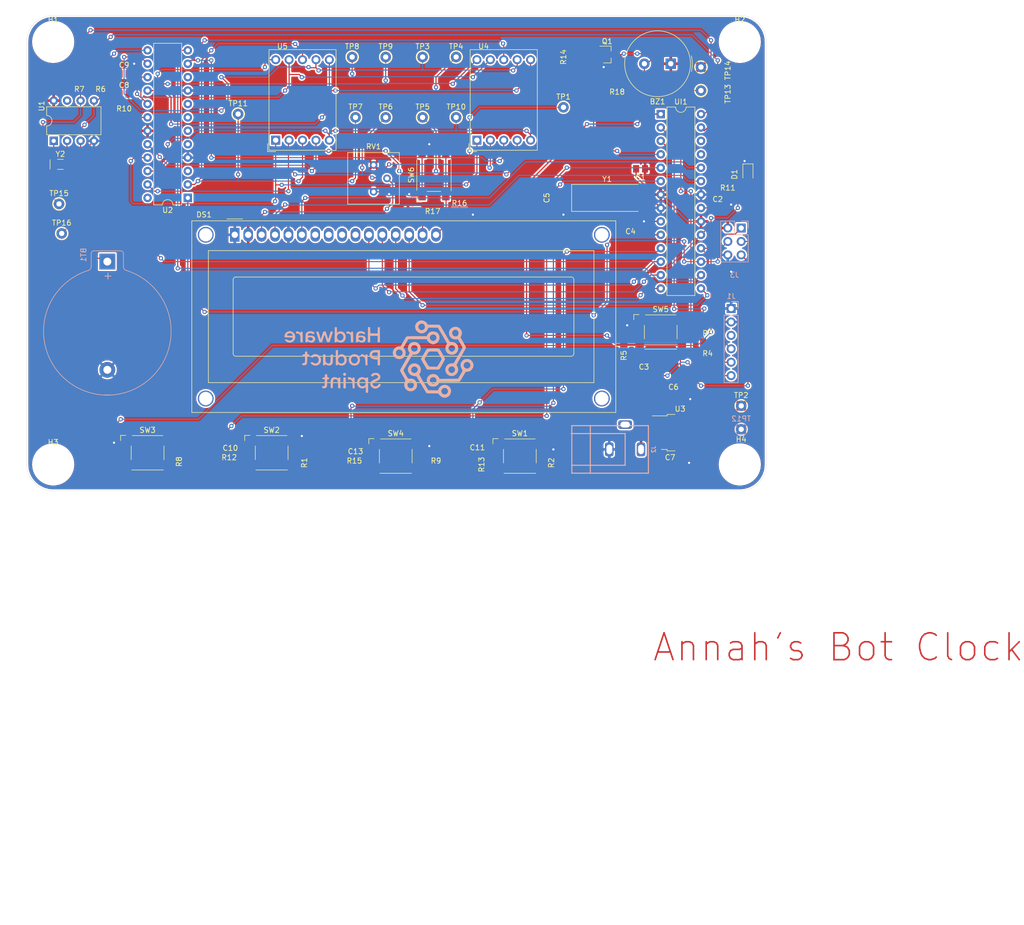
<source format=kicad_pcb>
(kicad_pcb (version 20211014) (generator pcbnew)
  (layers (0 "F.Cu" signal) (31 "B.Cu" signal) (34 "B.Paste" user) (35 "F.Paste" user) (36 "B.SilkS" user "B.Silkscreen") (37 "F.SilkS" user "F.Silkscreen") (38 "B.Mask" user) (39 "F.Mask" user) (44 "Edge.Cuts" user))
  (net 0 "")
  (net 1 "GND")
  (net 2 "/VBAT")
  (net 3 "VCC")
  (net 4 "/AREF")
  (net 5 "~{RESET}")
  (net 6 "Net-(C3-Pad2)")
  (net 7 "/Clk_Crystal1")
  (net 8 "/Clk_Crystal2")
  (net 9 "Net-(C6-Pad1)")
  (net 10 "LED_SCK")
  (net 11 "Net-(DS1-Pad16)")
  (net 12 "Net-(DS1-Pad15)")
  (net 13 "Down_SW")
  (net 14 "Select_SW")
  (net 15 "Up_SW")
  (net 16 "LCD_RS")
  (net 21 "LCD_E")
  (net 22 "LCD_D4")
  (net 23 "Net-(DS1-Pad3)")
  (net 24 "Net-(J1-Pad5)")
  (net 25 "Net-(J1-Pad4)")
  (net 28 "LCD_D5")
  (net 29 "LCD_D6")
  (net 30 "TXD")
  (net 31 "RXD")
  (net 32 "MISO")
  (net 33 "LCD_D7")
  (net 34 "Net-(R1-Pad1)")
  (net 35 "MOSI")
  (net 36 "Net-(R13-Pad2)")
  (net 37 "RTC_SDA")
  (net 38 "Net-(R10-Pad2)")
  (net 39 "/RTC_XTAL1")
  (net 40 "/RTC_XTAL2")
  (net 42 "Net-(Q1-Pad1)")
  (net 43 "Net-(R15-Pad2)")
  (net 44 "/Dig1_Com")
  (net 45 "/Dig01_A")
  (net 47 "/Dig01_F")
  (net 48 "/Dig01_B")
  (net 50 "/Dig01_G")
  (net 54 "/Dig01_C")
  (net 55 "/Dig01_E")
  (net 57 "/Dig01_DP")
  (net 58 "/Dig0_Com")
  (net 59 "/Dig01_D")
  (net 60 "RTC_SCL")
  (net 64 "Buzzer")
  (net 65 "Net-(D1-Pad2)")
  (net 66 "MAX_Load")
  (net 67 "Net-(BZ1-Pad2)")
  (footprint "footprints:C_0805_2012Metric" (layer "F.Cu") (at 202.438 127)
    (fp_text reference "C6")
    (fp_text value "C_0805_1uf")
  )
  (footprint "footprints:MountingHole_3.2mm_M3" (layer "F.Cu") (at 215 140)
    (fp_text reference "H4")
    (fp_text value "MountingHole")
  )
  (footprint "footprints:R_0805_2012Metric" (layer "F.Cu") (at 93.98 67.31 180)
    (fp_text reference "R6")
    (fp_text value "R_0805_4.7K")
  )
  (footprint "footprints:Potentiometer_Bourns_3386P_Vertical" (layer "F.Cu") (at 145.665 88.3825)
    (fp_text reference "RV1")
    (fp_text value "R_POT_10K")
  )
  (footprint "footprints:Crystal_SMD_2Pin_3.2x1.5mm" (layer "F.Cu") (at 86.36 83.185)
    (fp_text reference "Y2")
    (fp_text value "Crystal_32768Hz")
  )
  (footprint "footprints:TestPoint_THTPad_D2.0mm_Drill1.0mm" (layer "F.Cu") (at 147.955 62.865)
    (fp_text reference "TP9")
    (fp_text value "TestPoint")
  )
  (footprint "footprints:R_0805_2012Metric" (layer "F.Cu") (at 153.035 92.075 180)
    (fp_text reference "R17")
    (fp_text value "R_0805_47")
  )
  (footprint "footprints:TO-252-2" (layer "F.Cu") (at 203.708 133.985)
    (fp_text reference "U3")
    (fp_text value "L7805")
  )
  (footprint "footprints:R_0805_2012Metric" (layer "F.Cu") (at 191.77 71.12)
    (fp_text reference "R18")
    (fp_text value "R_0805_1K")
  )
  (footprint "footprints:Sx56-1xxxxx" (layer "F.Cu") (at 127.127 78.613)
    (fp_text reference "U5")
    (fp_text value "SC56-11EWA")
  )
  (footprint "footprints:TestPoint_THTPad_D2.0mm_Drill1.0mm" (layer "F.Cu") (at 142.24 74.295)
    (fp_text reference "TP7")
    (fp_text value "TestPoint")
  )
  (footprint "footprints:R_0805_2012Metric" (layer "F.Cu") (at 193.04 116.42 90)
    (fp_text reference "R5")
    (fp_text value "R_0805_10K")
  )
  (footprint "footprints:C_0805_2012Metric" (layer "F.Cu") (at 210.82 91.44)
    (fp_text reference "C2")
    (fp_text value "C_0805_0.1uf")
  )
  (footprint "footprints:R_0805_2012Metric" (layer "F.Cu") (at 98.425 74.295)
    (fp_text reference "R10")
    (fp_text value "R_0805_100K")
  )
  (footprint "footprints:C_0805_2012Metric" (layer "F.Cu") (at 118.54 135.255 180)
    (fp_text reference "C10")
    (fp_text value "C_0805_0.1uf")
  )
  (footprint "footprints:DIP-24_W7.62mm" (layer "F.Cu") (at 110.49 89.535 180)
    (fp_text reference "U2")
    (fp_text value "MAX7219")
  )
  (footprint "footprints:C_0805_2012Metric" (layer "F.Cu") (at 98.425 69.85)
    (fp_text reference "C8")
    (fp_text value "C_0805_0.1uf")
  )
  (footprint "footprints:SOT-23" (layer "F.Cu") (at 189.88 62.395)
    (fp_text reference "Q1")
    (fp_text value "NPN_2N3904_SOT23")
  )
  (footprint "footprints:C_0805_2012Metric" (layer "F.Cu") (at 201.803 140.335)
    (fp_text reference "C7")
    (fp_text value "C_0805_0.1uf")
  )
  (footprint "footprints:LED_0805_2012Metric" (layer "F.Cu") (at 216.535 84.7875 -90)
    (fp_text reference "D1")
    (fp_text value "LED_0805")
  )
  (footprint "footprints:TestPoint_THTPad_D2.0mm_Drill1.0mm" (layer "F.Cu") (at 154.94 74.295)
    (fp_text reference "TP5")
    (fp_text value "TestPoint")
  )
  (footprint "footprints:TestPoint_THTPad_D2.0mm_Drill1.0mm" (layer "F.Cu") (at 86.614 96.266)
    (fp_text reference "TP16")
    (fp_text value "TestPoint")
  )
  (footprint "footprints:R_0805_2012Metric" (layer "F.Cu") (at 164.465 140.0175 -90)
    (fp_text reference "R13")
    (fp_text value "R_0805_1K")
  )
  (footprint "footprints:R_0805_2012Metric" (layer "F.Cu") (at 142.025 140.97)
    (fp_text reference "R15")
    (fp_text value "R_0805_1K")
  )
  (footprint "footprints:TestPoint_THTPad_D2.0mm_Drill1.0mm" (layer "F.Cu") (at 207.645 64.77 90)
    (fp_text reference "TP14")
    (fp_text value "TestPoint")
  )
  (footprint "footprints:R_0805_2012Metric" (layer "F.Cu") (at 118.325 140.335)
    (fp_text reference "R12")
    (fp_text value "R_0805_1K")
  )
  (footprint "footprints:SW_SPST_Omron_B3FS-100xP" (layer "F.Cu") (at 157.095 85.2075 90)
    (fp_text reference "SW6")
    (fp_text value "Omron_B3F_SPST")
  )
  (footprint "footprints:R_0805_2012Metric" (layer "F.Cu") (at 186.055 62.865 90)
    (fp_text reference "R14")
    (fp_text value "R_0805_1K")
  )
  (footprint "footprints:TestPoint_THTPad_D2.0mm_Drill1.0mm" (layer "F.Cu") (at 86.106 90.678)
    (fp_text reference "TP15")
    (fp_text value "TestPoint")
  )
  (footprint "footprints:C_0805_2012Metric" (layer "F.Cu") (at 165.315 135.1525 180)
    (fp_text reference "C11")
    (fp_text value "C_0805_0.1uf")
  )
  (footprint "footprints:TestPoint_THTPad_D2.0mm_Drill1.0mm" (layer "F.Cu") (at 161.29 74.295)
    (fp_text reference "TP10")
    (fp_text value "TestPoint")
  )
  (footprint "footprints:DIP-8_W7.62mm" (layer "F.Cu") (at 85.1 78.74 90)
    (fp_text reference "U1")
    (fp_text value "DS1307_DIP-8")
  )
  (footprint "footprints:R_0805_2012Metric" (layer "F.Cu") (at 134.2 139.7 90)
    (fp_text reference "R1")
    (fp_text value "R_0805_10K")
  )
  (footprint "footprints:Crystal_SMD_HC49-SD" (layer "F.Cu") (at 189.865 89.535)
    (fp_text reference "Y1")
    (fp_text value "Crystal_16MHz")
  )
  (footprint "footprints:TestPoint_THTPad_D2.0mm_Drill1.0mm" (layer "F.Cu") (at 161.29 62.865)
    (fp_text reference "TP4")
    (fp_text value "TestPoint")
  )
  (footprint "footprints:Buzzer_TDK_PS1240P02BT_D12.2mm_H6.5mm" (layer "F.Cu") (at 201.93 64.135 180)
    (fp_text reference "BZ1")
    (fp_text value "Buzzer")
  )
  (footprint "footprints:R_0805_2012Metric" (layer "F.Cu") (at 110.49 139.485 90)
    (fp_text reference "R8")
    (fp_text value "R_0805_10K")
  )
  (footprint "footprints:R_0805_2012Metric" (layer "F.Cu") (at 157.48 140.97)
    (fp_text reference "R9")
    (fp_text value "R_0805_10K")
  )
  (footprint "footprints:MountingHole_3.2mm_M3" (layer "F.Cu") (at 215 60)
    (fp_text reference "H2")
    (fp_text value "MountingHole")
  )
  (footprint "footprints:SW_SPST_Omron_B3FS-100xP" (layer "F.Cu") (at 126.365 137.795)
    (fp_text reference "SW2")
    (fp_text value "Omron_B3F_SPST")
  )
  (footprint "footprints:MountingHole_3.2mm_M3" (layer "F.Cu") (at 85 140)
    (fp_text reference "H3")
    (fp_text value "MountingHole")
  )
  (footprint "footprints:TestPoint_THTPad_D2.0mm_Drill1.0mm" (layer "F.Cu") (at 181.61 72.39)
    (fp_text reference "TP1")
    (fp_text value "TestPoint")
  )
  (footprint "footprints:R_0805_2012Metric" (layer "F.Cu") (at 215.48 89.535)
    (fp_text reference "R11")
    (fp_text value "R_0805_2.2K")
  )
  (footprint "footprints:C_0805_2012Metric" (layer "F.Cu") (at 194.31 93.98 180)
    (fp_text reference "C4")
    (fp_text value "C_0805_22pf")
  )
  (footprint "footprints:R_0805_2012Metric" (layer "F.Cu") (at 161.925 92.1925)
    (fp_text reference "R16")
    (fp_text value "R_0805_47")
  )
  (footprint "footprints:C_0805_2012Metric" (layer "F.Cu") (at 181.61 89.955 -90)
    (fp_text reference "C5")
    (fp_text value "C_0805_22pf")
  )
  (footprint "footprints:R_0805_2012Metric" (layer "F.Cu") (at 208.915 120.65)
    (fp_text reference "R4")
    (fp_text value "R_0805_47")
  )
  (footprint "footprints:MountingHole_3.2mm_M3" (layer "F.Cu") (at 85 60)
    (fp_text reference "H1")
    (fp_text value "MountingHole")
  )
  (footprint "footprints:SW_SPST_Omron_B3FS-100xP" (layer "F.Cu") (at 173.355 138.43)
    (fp_text reference "SW1")
    (fp_text value "Omron_B3F_SPST")
  )
  (footprint "footprints:TestPoint_THTPad_D2.0mm_Drill1.0mm" (layer "F.Cu") (at 147.955 74.295)
    (fp_text reference "TP6")
    (fp_text value "TestPoint")
  )
  (footprint "footprints:TestPoint_THTPad_D2.0mm_Drill1.0mm" (layer "F.Cu") (at 215.265 128.905)
    (fp_text reference "TP2")
    (fp_text value "TestPoint")
  )
  (footprint "footprints:C_0805_2012Metric" (layer "F.Cu") (at 142.24 135.89 180)
    (fp_text reference "C13")
    (fp_text value "C_0805_0.1uf")
  )
  (footprint "footprints:R_0805_2012Metric" (layer "F.Cu") (at 180.975 139.7 90)
    (fp_text reference "R2")
    (fp_text value "R_0805_10K")
  )
  (footprint "footprints:TestPoint_THTPad_D2.0mm_Drill1.0mm" (layer "F.Cu") (at 154.94 62.865)
    (fp_text reference "TP3")
    (fp_text value "TestPoint")
  )
  (footprint "footprints:C_0805_2012Metric" (layer "F.Cu") (at 196.85 123.19)
    (fp_text reference "C3")
    (fp_text value "C_0805_0.1uf")
  )
  (footprint "footprints:TestPoint_THTPad_D2.0mm_Drill1.0mm" (layer "F.Cu") (at 207.645 69.215 90)
    (fp_text reference "TP13")
    (fp_text value "TestPoint")
  )
  (footprint "footprints:SW_SPST_Omron_B3FS-100xP" (layer "F.Cu") (at 102.87 137.795)
    (fp_text reference "SW3")
    (fp_text value "Omron_B3F_SPST")
  )
  (footprint "footprints:SW_SPST_Omron_B3FS-100xP" (layer "F.Cu") (at 149.86 138.43)
    (fp_text reference "SW4")
    (fp_text value "Omron_B3F_SPST")
  )
  (footprint "footprints:TestPoint_THTPad_D2.0mm_Drill1.0mm" (layer "F.Cu") (at 120.015 73.66)
    (fp_text reference "TP11")
    (fp_text value "TestPoint")
  )
  (footprint "footprints:TestPoint_THTPad_D2.0mm_Drill1.0mm" (layer "F.Cu") (at 141.605 62.865)
    (fp_text reference "TP8")
    (fp_text value "TestPoint")
  )
  (footprint "footprints:Sx56-1xxxxx" (layer "F.Cu") (at 165.227 78.613)
    (fp_text reference "U4")
    (fp_text value "SC56-11EWA")
  )
  (footprint "footprints:C_0805_2012Metric" (layer "F.Cu") (at 196.215 84.035 180)
    (fp_text reference "C1")
    (fp_text value "C_0805_0.1uf")
  )
  (footprint "footprints:R_0805_2012Metric" (layer "F.Cu") (at 208.915 116.84)
    (fp_text reference "R3")
    (fp_text value "R_0805_47")
  )
  (footprint "footprints:DIP-28_W7.62mm" (layer "F.Cu") (at 200.035 73.67)
    (fp_text reference "UI1")
    (fp_text value "ATmega328-PU")
  )
  (footprint "footprints:C_0805_2012Metric" (layer "F.Cu") (at 98.425 66.04)
    (fp_text reference "C9")
    (fp_text value "C_0805_10uf")
  )
  (footprint "footprints:SW_SPST_Omron_B3FS-100xP" (layer "F.Cu") (at 200.025 114.935)
    (fp_text reference "SW5")
    (fp_text value "Omron_B3F_SPST")
  )
  (footprint "footprints:TC1602A-01T" (layer "F.Cu") (at 119.38 96.52)
    (fp_text reference "DS1")
    (fp_text value "TC1602A-01T")
  )
  (footprint "footprints:R_0805_2012Metric" (layer "F.Cu") (at 89.955 67.31 180)
    (fp_text reference "R7")
    (fp_text value "R_0805_4.7K")
  )
  (footprint "footprints:PJ-102AH" (layer "B.Cu") (at 193.294 137.16 -90)
    (fp_text reference "J2")
    (fp_text value "PJ-102AH" hide)
  )
  (footprint "footprints:PinHeader_1x06_P2.54mm_Vertical" (layer "B.Cu") (at 213.36 110.49 180)
    (fp_text reference "J1")
    (fp_text value "Conn_01x06")
  )
  (footprint "footprints:PinHeader_2x03_P2.54mm_Vertical" (layer "B.Cu") (at 215.265 95.25 180)
    (fp_text reference "J3")
    (fp_text value "Conn_02x03_Odd_Even")
  )
  (footprint "footprints:HPS_logo" (layer "B.Cu") (at 146.685 120.015 180)
    (fp_text reference "G***" hide)
    (fp_text value "LOGO" hide)
  )
  (footprint "footprints:TestPoint_THTPad_D2.0mm_Drill1.0mm" (layer "B.Cu") (at 215.265 133.35 180)
    (fp_text reference "TP12")
    (fp_text value "TestPoint")
  )
  (footprint "footprints:BatteryHolder_Keystone_106_1x20mm" (layer "B.Cu") (at 95.25 101.6 -90)
    (fp_text reference "BT1")
    (fp_text value "Battery_Cell")
  )
  (gr_line locked (start 220 60) (end 220 140) (layer "Edge.Cuts") (width 0.05))
  (gr_line locked (start 80 60) (end 80 140) (layer "Edge.Cuts") (width 0.05))
  (gr_arc locked (start 80 60) (mid 81.464466 56.464466) (end 85 55) (layer "Edge.Cuts") (width 0.05))
  (gr_arc locked (start 85 145) (mid 81.464466 143.535534) (end 80 140) (layer "Edge.Cuts") (width 0.05))
  (gr_arc locked (start 220 140) (mid 218.535534 143.535534) (end 215 145) (layer "Edge.Cuts") (width 0.05))
  (gr_line locked (start 215 55) (end 85 55) (layer "Edge.Cuts") (width 0.05))
  (gr_arc locked (start 215 55) (mid 218.535534 56.464466) (end 220 60) (layer "Edge.Cuts") (width 0.05))
  (gr_line locked (start 215 145) (end 85 145) (layer "Edge.Cuts") (width 0.05))
  (gr_text "Annah's Bot Clock" (at 233.68 174.625) (layer "F.Cu") (effects (font (size 5.08 5.08) (thickness 0.3))))
  (gr_text "Annah's Bot Clock\n" (at 86.36 112.395 90) (layer "F.Cu") (effects (font (size 1.5 1.5) (thickness 0.3))))
  (segment (start 205.808 133.985) (end 205.808 127.83) (width 0.508) (layer "F.Cu") (net 1))
  (segment (start 188.88 63.345) (end 188.88 64.42) (width 0.2032) (layer "F.Cu") (net 1))
  (segment (start 196.025 112.685) (end 194.655 112.685) (width 0.2032) (layer "F.Cu") (net 1))
  (segment (start 211.67 91.44) (end 212.725 91.44) (width 0.2032) (layer "F.Cu") (net 1))
  (segment (start 91.44 80.02) (end 92.72 78.74) (width 0.2032) (layer "F.Cu") (net 1))
  (segment (start 154.845 89.2075) (end 154.845 81.2075) (width 0.2032) (layer "F.Cu") (net 1))
  (segment (start 195.365 85.51) (end 195.365 84.035) (width 0.25) (layer "F.Cu") (net 1))
  (segment (start 204.978 127) (end 205.613 127.635) (width 0.508) (layer "F.Cu") (net 1))
  (segment (start 154.845 89.2075) (end 152.78 89.2075) (width 0.2032) (layer "F.Cu") (net 1))
  (segment (start 205.808 133.985) (end 205.808 139.29) (width 0.508) (layer "F.Cu") (net 1))
  (segment (start 188.88 64.42) (end 189.23 64.77) (width 0.2032) (layer "F.Cu") (net 1))
  (segment (start 200.035 91.45) (end 198.12 89.535) (width 0.25) (layer "F.Cu") (net 1))
  (segment (start 154.845 80.74) (end 156.21 79.375) (width 0.2032) (layer "F.Cu") (net 1))
  (segment (start 98.87 135.545) (end 96.865 135.545) (width 0.2032) (layer "F.Cu") (net 1))
  (segment (start 212.725 91.44) (end 213.36 90.805) (width 0.2032) (layer "F.Cu") (net 1))
  (segment (start 155.575 135.89) (end 156.21 136.525) (width 0.2032) (layer "F.Cu") (net 1))
  (segment (start 100.33 117.01) (end 100.33 97.79) (width 0.2032) (layer "F.Cu") (net 1))
  (segment (start 148.145 88.3825) (end 148.59 88.8275) (width 0.2032) (layer "F.Cu") (net 1))
  (segment (start 99.275 65.19) (end 100.33 64.135) (width 0.2032) (layer "F.Cu") (net 1))
  (segment (start 152.78 89.2075) (end 152.4 88.8275) (width 0.2032) (layer "F.Cu") (net 1))
  (segment (start 203.288 127) (end 204.978 127) (width 0.508) (layer "F.Cu") (net 1))
  (segment (start 162.775 92.1925) (end 163.9475 92.1925) (width 0.2032) (layer "F.Cu") (net 1))
  (segment (start 181.61 90.805) (end 181.61 92.71) (width 0.25) (layer "F.Cu") (net 1))
  (segment (start 143.09 135.89) (end 155.575 135.89) (width 0.2032) (layer "F.Cu") (net 1))
  (segment (start 145.665 88.3825) (end 148.145 88.3825) (width 0.2032) (layer "F.Cu") (net 1))
  (segment (start 163.9475 92.1925) (end 164.465 92.71) (width 0.2032) (layer "F.Cu") (net 1))
  (segment (start 106.87 135.545) (end 98.87 135.545) (width 0.2032) (layer "F.Cu") (net 1))
  (segment (start 99.275 69.85) (end 99.275 65.19) (width 0.2032) (layer "F.Cu") (net 1))
  (segment (start 212.725 100.33) (end 212.725 102.87) (width 0.25) (layer "F.Cu") (net 1))
  (segment (start 154.845 81.2075) (end 154.845 80.74) (width 0.2032) (layer "F.Cu") (net 1))
  (segment (start 131.445 135.255) (end 132.08 134.62) (width 0.2032) (layer "F.Cu") (net 1))
  (segment (start 216.535 83.185) (end 215.9 82.55) (width 0.2032) (layer "F.Cu") (net 1))
  (segment (start 205.808 127.83) (end 205.613 127.635) (width 0.508) (layer "F.Cu") (net 1))
  (segment (start 212.725 102.87) (end 213.36 103.505) (width 0.25) (layer "F.Cu") (net 1))
  (segment (start 195.16 93.98) (end 196.85 93.98) (width 0.25) (layer "F.Cu") (net 1))
  (segment (start 198.12 89.535) (end 198.12 88.265) (width 0.25) (layer "F.Cu") (net 1))
  (segment (start 205.808 139.29) (end 205.398 139.7) (width 0.508) (layer "F.Cu") (net 1))
  (segment (start 194.655 112.685) (end 193.675 113.665) (width 0.2032) (layer "F.Cu") (net 1))
  (segment (start 167.5375 136.525) (end 179.07 136.525) (width 0.2032) (layer "F.Cu") (net 1))
  (segment (start 204.025 112.685) (end 196.025 112.685) (width 0.2032) (layer "F.Cu") (net 1))
  (segment (start 91.44 97.79) (end 91.44 80.02) (width 0.2032) (layer "F.Cu") (net 1))
  (segment (start 204.763 140.335) (end 205.398 139.7) (width 0.508) (layer "F.Cu") (net 1))
  (segment (start 95.25 122.09) (end 100.33 117.01) (width 0.2032) (layer "F.Cu") (net 1))
  (segment (start 179.07 136.525) (end 179.705 137.16) (width 0.2032) (layer "F.Cu") (net 1))
  (segment (start 119.39 135.255) (end 131.445 135.255) (width 0.2032) (layer "F.Cu") (net 1))
  (segment (start 198.12 88.265) (end 195.365 85.51) (width 0.25) (layer "F.Cu") (net 1))
  (segment (start 100.33 97.79) (end 91.44 97.79) (width 0.2032) (layer "F.Cu") (net 1))
  (segment (start 216.535 83.85) (end 216.535 83.185) (width 0.2032) (layer "F.Cu") (net 1))
  (segment (start 96.865 135.545) (end 96.52 135.89) (width 0.2032) (layer "F.Cu") (net 1))
  (segment (start 166.165 135.1525) (end 167.5375 136.525) (width 0.2032) (layer "F.Cu") (net 1))
  (segment (start 202.653 140.335) (end 204.763 140.335) (width 0.508) (layer "F.Cu") (net 1))
  (via (at 189.23 64.77) (size 0.8128) (drill 0.4064) (layers "F.Cu" "B.Cu") (net 1))
  (via (at 213.36 103.505) (size 0.8) (drill 0.4) (layers "F.Cu" "B.Cu") (net 1))
  (via (at 193.675 113.665) (size 0.8128) (drill 0.4064) (layers "F.Cu" "B.Cu") (net 1))
  (via (at 205.613 127.635) (size 0.8128) (drill 0.4064) (layers "F.Cu" "B.Cu") (net 1))
  (via (at 148.59 88.8275) (size 0.8128) (drill 0.4064) (layers "F.Cu" "B.Cu") (net 1))
  (via (at 100.33 64.135) (size 0.8128) (drill 0.4064) (layers "F.Cu" "B.Cu") (net 1))
  (via (at 156.21 136.525) (size 0.8128) (drill 0.4064) (layers "F.Cu" "B.Cu") (net 1))
  (via (at 152.4 88.8275) (size 0.8128) (drill 0.4064) (layers "F.Cu" "B.Cu") (net 1))
  (via (at 196.85 93.98) (size 0.8) (drill 0.4) (layers "F.Cu" "B.Cu") (net 1))
  (via (at 213.36 90.805) (size 0.8128) (drill 0.4064) (layers "F.Cu" "B.Cu") (net 1))
  (via (at 132.08 134.62) (size 0.8128) (drill 0.4064) (layers "F.Cu" "B.Cu") (net 1))
  (via (at 215.9 82.55) (size 0.8128) (drill 0.4064) (layers "F.Cu" "B.Cu") (net 1))
  (via (at 181.61 92.71) (size 0.8) (drill 0.4) (layers "F.Cu" "B.Cu") (net 1))
  (via (at 96.52 135.89) (size 0.8128) (drill 0.4064) (layers "F.Cu" "B.Cu") (net 1))
  (via (at 205.398 139.7) (size 0.8128) (drill 0.4064) (layers "F.Cu" "B.Cu") (net 1))
  (via (at 164.465 92.71) (size 0.8128) (drill 0.4064) (layers "F.Cu" "B.Cu") (net 1))
  (via (at 156.21 79.375) (size 0.8128) (drill 0.4064) (layers "F.Cu" "B.Cu") (net 1))
  (via (at 179.705 137.16) (size 0.8128) (drill 0.4064) (layers "F.Cu" "B.Cu") (net 1))
  (segment (start 149.1525 88.265) (end 148.59 88.8275) (width 0.2032) (layer "B.Cu") (net 1))
  (segment (start 151.8375 88.265) (end 149.1525 88.265) (width 0.2032) (layer "B.Cu") (net 1))
  (segment (start 152.4 88.8275) (end 151.8375 88.265) (width 0.2032) (layer "B.Cu") (net 1))
  (segment (start 94.615 100.965) (end 92.075 100.965) (width 0.2032) (layer "F.Cu") (net 2))
  (segment (start 95.25 101.6) (end 94.615 100.965) (width 0.2032) (layer "F.Cu") (net 2))
  (segment (start 92.075 100.965) (end 90.18 99.07) (width 0.2032) (layer "F.Cu") (net 2))
  (segment (start 90.18 99.07) (end 90.18 78.74) (width 0.2032) (layer "F.Cu") (net 2))
  (segment (start 201.93 87.015) (end 201.93 83.185) (width 0.2032) (layer "F.Cu") (net 3))
  (segment (start 201.473889 82.728889) (end 196.671111 82.728889) (width 0.2032) (layer "F.Cu") (net 3))
  (segment (start 97.575 75.985) (end 98.425 76.835) (width 0.2032) (layer "F.Cu") (net 3))
  (segment (start 197.065 85.305) (end 200.035 88.275) (width 0.25) (layer "F.Cu") (net 3))
  (segment (start 207.01 64.135) (end 207.645 64.77) (width 0.2032) (layer "F.Cu") (net 3))
  (segment (start 201.93 64.135) (end 207.01 64.135) (width 0.2032) (layer "F.Cu") (net 3))
  (segment (start 201.93 83.185) (end 201.473889 82.728889) (width 0.2032) (layer "F.Cu") (net 3))
  (segment (start 97.575 74.295) (end 97.575 66.04) (width 0.2032) (layer "F.Cu") (net 3))
  (segment (start 200.035 88.275) (end 200.035 88.91) (width 0.25) (layer "F.Cu") (net 3))
  (segment (start 200.035 88.91) (end 201.93 87.015) (width 0.2032) (layer "F.Cu") (net 3))
  (segment (start 97.575 74.295) (end 97.575 75.985) (width 0.2032) (layer "F.Cu") (net 3))
  (segment (start 197.065 84.035) (end 197.065 85.305) (width 0.25) (layer "F.Cu") (net 3))
  (segment (start 196.671111 82.728889) (end 196.215 83.185) (width 0.2032) (layer "F.Cu") (net 3))
  (segment (start 98.425 76.835) (end 102.87 76.835) (width 0.2032) (layer "F.Cu") (net 3))
  (segment (start 205.115 93.99) (end 200.035 88.91) (width 0.25) (layer "B.Cu") (net 3))
  (segment (start 207.655 93.99) (end 205.115 93.99) (width 0.25) (layer "B.Cu") (net 3))
  (segment (start 209.97 91.44) (end 207.665 91.44) (width 0.2032) (layer "F.Cu") (net 4))
  (segment (start 207.665 91.44) (end 207.655 91.45) (width 0.2032) (layer "F.Cu") (net 4))
  (segment (start 216.535 101.6) (end 216.535 106.68) (width 0.25) (layer "F.Cu") (net 5))
  (segment (start 195.58 75.565) (end 197.475 73.67) (width 0.25) (layer "F.Cu") (net 5))
  (segment (start 196.025 117.92) (end 196.025 123.165) (width 0.2032) (layer "F.Cu") (net 5))
  (segment (start 174.625 86.995) (end 186.055 75.565) (width 0.25) (layer "F.Cu") (net 5))
  (segment (start 193.04 117.27) (end 191.565 117.27) (width 0.25) (layer "F.Cu") (net 5))
  (segment (start 203.759299 117.450701) (end 203.759299 121.209299) (width 0.2032) (layer "F.Cu") (net 5))
  (segment (start 196.76 117.185) (end 196.025 117.92) (width 0.2032) (layer "F.Cu") (net 5))
  (segment (start 203.759299 121.209299) (end 207.645 125.095) (width 0.2032) (layer "F.Cu") (net 5))
  (segment (start 191.565 117.27) (end 189.865 115.57) (width 0.25) (layer "F.Cu") (net 5))
  (segment (start 204.025 117.185) (end 196.76 117.185) (width 0.2032) (layer "F.Cu") (net 5))
  (segment (start 196.025 123.165) (end 196 123.19) (width 0.2032) (layer "F.Cu") (net 5))
  (segment (start 215.265 100.33) (end 216.535 101.6) (width 0.25) (layer "F.Cu") (net 5))
  (segment (start 195.94 117.27) (end 196.025 117.185) (width 0.25) (layer "F.Cu") (net 5))
  (segment (start 204.025 117.185) (end 203.759299 117.450701) (width 0.2032) (layer "F.Cu") (net 5))
  (segment (start 174.625 115.57) (end 174.625 86.995) (width 0.25) (layer "F.Cu") (net 5))
  (segment (start 197.475 73.67) (end 200.035 73.67) (width 0.25) (layer "F.Cu") (net 5))
  (segment (start 216.535 125.095) (end 216.535 106.68) (width 0.2032) (layer "F.Cu") (net 5))
  (segment (start 193.04 117.27) (end 195.94 117.27) (width 0.25) (layer "F.Cu") (net 5))
  (via (at 195.58 75.565) (size 0.8) (drill 0.4) (layers "F.Cu" "B.Cu") (net 5))
  (via (at 186.055 75.565) (size 0.8) (drill 0.4) (layers "F.Cu" "B.Cu") (net 5))
  (via (at 216.535 125.095) (size 0.8128) (drill 0.4064) (layers "F.Cu" "B.Cu") (net 5))
  (via (at 189.865 115.57) (size 0.8) (drill 0.4) (layers "F.Cu" "B.Cu") (net 5))
  (via (at 174.625 115.57) (size 0.8) (drill 0.4) (layers "F.Cu" "B.Cu") (net 5))
  (via (at 207.645 125.095) (size 0.8128) (drill 0.4064) (layers "F.Cu" "B.Cu") (net 5))
  (segment (start 186.055 75.565) (end 195.58 75.565) (width 0.25) (layer "B.Cu") (net 5))
  (segment (start 189.865 115.57) (end 174.625 115.57) (width 0.25) (layer "B.Cu") (net 5))
  (segment (start 207.645 125.095) (end 216.535 125.095) (width 0.2032) (layer "B.Cu") (net 5))
  (segment (start 213.36 123.19) (end 207.645 123.19) (width 0.2032) (layer "F.Cu") (net 6))
  (segment (start 197.7 123.19) (end 201.295 123.19) (width 0.2032) (layer "F.Cu") (net 6))
  (segment (start 207.645 123.19) (end 205.105 120.65) (width 0.2032) (layer "F.Cu") (net 6))
  (via (at 205.105 120.65) (size 0.8128) (drill 0.4064) (layers "F.Cu" "B.Cu") (net 6))
  (via (at 201.295 123.19) (size 0.8128) (drill 0.4064) (layers "F.Cu" "B.Cu") (net 6))
  (segment (start 201.295 123.19) (end 203.835 120.65) (width 0.2032) (layer "B.Cu") (net 6))
  (segment (start 203.835 120.65) (end 205.105 120.65) (width 0.2032) (layer "B.Cu") (net 6))
  (segment (start 194.359511 95.004511) (end 197.750489 95.004511) (width 0.25) (layer "F.Cu") (net 7))
  (segment (start 193.46 94.105) (end 194.359511 95.004511) (width 0.25) (layer "F.Cu") (net 7))
  (segment (start 198.765 93.99) (end 200.035 93.99) (width 0.25) (layer "F.Cu") (net 7))
  (segment (start 197.750489 95.004511) (end 198.765 93.99) (width 0.25) (layer "F.Cu") (net 7))
  (segment (start 194.115 89.535) (end 194.115 93.325) (width 0.25) (layer "F.Cu") (net 7))
  (segment (start 181.61 89.105) (end 185.185 89.105) (width 0.25) (layer "F.Cu") (net 8))
  (segment (start 185.615 89.535) (end 185.615 90.365) (width 0.25) (layer "F.Cu") (net 8))
  (segment (start 185.615 90.365) (end 191.78 96.53) (width 0.25) (layer "F.Cu") (net 8))
  (segment (start 191.78 96.53) (end 200.035 96.53) (width 0.25) (layer "F.Cu") (net 8))
  (segment (start 196.294 132.382) (end 196.294 137.16) (width 0.508) (layer "F.Cu") (net 9))
  (segment (start 199.508 131.705) (end 196.971 131.705) (width 0.508) (layer "F.Cu") (net 9))
  (segment (start 199.943 127) (end 199.508 127.435) (width 0.508) (layer "F.Cu") (net 9))
  (segment (start 201.588 127) (end 199.943 127) (width 0.508) (layer "F.Cu") (net 9))
  (segment (start 196.971 131.705) (end 196.294 132.382) (width 0.508) (layer "F.Cu") (net 9))
  (segment (start 199.508 127.435) (end 199.508 131.705) (width 0.508) (layer "F.Cu") (net 9))
  (segment (start 216.535 97.79) (end 215.265 97.79) (width 0.2032) (layer "F.Cu") (net 10))
  (segment (start 207.655 96.53) (end 209.55 94.635) (width 0.2032) (layer "F.Cu") (net 10))
  (segment (start 95.885 91.44) (end 95.885 62.865) (width 0.2032) (layer "F.Cu") (net 10))
  (segment (start 214.63 89.535) (end 214.63 91.44) (width 0.2032) (layer "F.Cu") (net 10))
  (segment (start 209.55 94.635) (end 209.55 93.345) (width 0.2032) (layer "F.Cu") (net 10))
  (segment (start 214.63 89.66) (end 217.17 92.2) (width 0.2032) (layer "F.Cu") (net 10))
  (segment (start 217.17 92.2) (end 217.17 97.155) (width 0.2032) (layer "F.Cu") (net 10))
  (segment (start 217.17 97.155) (end 216.535 97.79) (width 0.2032) (layer "F.Cu") (net 10))
  (segment (start 105.41 100.965) (end 95.885 91.44) (width 0.2032) (layer "F.Cu") (net 10))
  (segment (start 214.63 89.535) (end 214.63 89.66) (width 0.2032) (layer "F.Cu") (net 10))
  (segment (start 95.885 62.865) (end 96.52 62.23) (width 0.2032) (layer "F.Cu") (net 10))
  (via (at 214.63 91.44) (size 0.8128) (drill 0.4064) (layers "F.Cu" "B.Cu") (net 10))
  (via (at 209.55 93.345) (size 0.8128) (drill 0.4064) (layers "F.Cu" "B.Cu") (net 10))
  (via (at 105.41 100.965) (size 0.8128) (drill 0.4064) (layers "F.Cu" "B.Cu") (net 10))
  (via (at 96.52 62.23) (size 0.8128) (drill 0.4064) (layers "F.Cu" "B.Cu") (net 10))
  (segment (start 214.63 91.44) (end 212.725 93.345) (width 0.2032) (layer "B.Cu") (net 10))
  (segment (start 102.87 61.595) (end 97.155 61.595) (width 0.2032) (layer "B.Cu") (net 10))
  (segment (start 201.473889 102.711111) (end 207.655 96.53) (width 0.2032) (layer "B.Cu") (net 10))
  (segment (start 97.155 61.595) (end 96.52 62.23) (width 0.2032) (layer "B.Cu") (net 10))
  (segment (start 105.41 100.965) (end 106.045 101.6) (width 0.2032) (layer "B.Cu") (net 10))
  (segment (start 199.578904 102.711111) (end 201.473889 102.711111) (width 0.2032) (layer "B.Cu") (net 10))
  (segment (start 212.725 93.345) (end 209.55 93.345) (width 0.2032) (layer "B.Cu") (net 10))
  (segment (start 198.467793 101.6) (end 199.578904 102.711111) (width 0.2032) (layer "B.Cu") (net 10))
  (segment (start 106.045 101.6) (end 198.467793 101.6) (width 0.2032) (layer "B.Cu") (net 10))
  (segment (start 161.075 92.1925) (end 159.5025 92.1925) (width 0.2032) (layer "F.Cu") (net 11))
  (segment (start 159.385 94.615) (end 157.48 96.52) (width 0.2032) (layer "F.Cu") (net 11))
  (segment (start 159.345 89.2075) (end 159.345 81.2075) (width 0.2032) (layer "F.Cu") (net 11))
  (segment (start 159.385 89.2475) (end 159.385 92.075) (width 0.2032) (layer "F.Cu") (net 11))
  (segment (start 159.385 92.075) (end 159.385 94.615) (width 0.2032) (layer "F.Cu") (net 11))
  (segment (start 159.345 89.2075) (end 159.385 89.2475) (width 0.2032) (layer "F.Cu") (net 11))
  (segment (start 159.5025 92.1925) (end 159.385 92.075) (width 0.2032) (layer "F.Cu") (net 11))
  (segment (start 154.94 93.13) (end 153.885 92.075) (width 0.2032) (layer "F.Cu") (net 12))
  (segment (start 154.94 96.52) (end 154.94 93.13) (width 0.2032) (layer "F.Cu") (net 12))
  (segment (start 178.435 87.63) (end 182.245 83.82) (width 0.2032) (layer "F.Cu") (net 13))
  (segment (start 117.69 135.255) (end 117.69 133.77) (width 0.2032) (layer "F.Cu") (net 13))
  (segment (start 117.69 133.77) (end 118.745 132.715) (width 0.2032) (layer "F.Cu") (net 13))
  (segment (start 117.475 140.335) (end 117.475 135.47) (width 0.2032) (layer "F.Cu") (net 13))
  (segment (start 178.435 130.81) (end 178.435 87.63) (width 0.2032) (layer "F.Cu") (net 13))
  (segment (start 117.475 135.47) (end 117.69 135.255) (width 0.2032) (layer "F.Cu") (net 13))
  (via (at 178.435 130.81) (size 0.8128) (drill 0.4064) (layers "F.Cu" "B.Cu") (net 13))
  (via (at 182.245 83.82) (size 0.8128) (drill 0.4064) (layers "F.Cu" "B.Cu") (net 13))
  (via (at 118.745 132.715) (size 0.8128) (drill 0.4064) (layers "F.Cu" "B.Cu") (net 13))
  (segment (start 182.255 83.83) (end 182.245 83.82) (width 0.2032) (layer "B.Cu") (net 13))
  (segment (start 118.745 132.715) (end 120.65 130.81) (width 0.2032) (layer "B.Cu") (net 13))
  (segment (start 200.035 83.83) (end 182.255 83.83) (width 0.2032) (layer "B.Cu") (net 13))
  (segment (start 120.65 130.81) (end 178.435 130.81) (width 0.2032) (layer "B.Cu") (net 13))
  (segment (start 164.465 139.1675) (end 164.465 135.1525) (width 0.2032) (layer "F.Cu") (net 14))
  (segment (start 164.465 135.1525) (end 164.465 129.54) (width 0.2032) (layer "F.Cu") (net 14))
  (segment (start 182.245 99.695) (end 181.61 100.33) (width 0.2032) (layer "F.Cu") (net 14))
  (segment (start 164.465 129.54) (end 165.735 128.27) (width 0.2032) (layer "F.Cu") (net 14))
  (segment (start 181.61 100.33) (end 181.61 125.73) (width 0.2032) (layer "F.Cu") (net 14))
  (via (at 165.735 128.27) (size 0.8128) (drill 0.4064) (layers "F.Cu" "B.Cu") (net 14))
  (via (at 182.245 99.695) (size 0.8128) (drill 0.4064) (layers "F.Cu" "B.Cu") (net 14))
  (via (at 181.61 125.73) (size 0.8128) (drill 0.4064) (layers "F.Cu" "B.Cu") (net 14))
  (segment (start 200.035 99.07) (end 199.41 99.695) (width 0.2032) (layer "B.Cu") (net 14))
  (segment (start 168.275 125.73) (end 181.61 125.73) (width 0.2032) (layer "B.Cu") (net 14))
  (segment (start 199.41 99.695) (end 182.245 99.695) (width 0.2032) (layer "B.Cu") (net 14))
  (segment (start 165.735 128.27) (end 168.275 125.73) (width 0.2032) (layer "B.Cu") (net 14))
  (segment (start 141.175 136.105) (end 141.39 135.89) (width 0.2032) (layer "F.Cu") (net 15))
  (segment (start 141.39 129.12) (end 141.605 128.905) (width 0.2032) (layer "F.Cu") (net 15))
  (segment (start 141.39 135.89) (end 141.39 129.12) (width 0.2032) (layer "F.Cu") (net 15))
  (segment (start 179.705 88.265) (end 180.975 86.995) (width 0.2032) (layer "F.Cu") (net 15))
  (segment (start 141.175 140.97) (end 141.175 136.105) (width 0.2032) (layer "F.Cu") (net 15))
  (segment (start 179.705 128.3457) (end 179.705 88.265) (width 0.2032) (layer "F.Cu") (net 15))
  (via (at 180.975 86.995) (size 0.8128) (drill 0.4064) (layers "F.Cu" "B.Cu") (net 15))
  (via (at 141.605 128.905) (size 0.8128) (drill 0.4064) (layers "F.Cu" "B.Cu") (net 15))
  (via (at 179.705 128.3457) (size 0.8128) (drill 0.4064) (layers "F.Cu" "B.Cu") (net 15))
  (segment (start 181.6 86.37) (end 180.975 86.995) (width 0.2032) (layer "B.Cu") (net 15))
  (segment (start 141.680701 128.980701) (end 179.069999 128.980701) (width 0.2032) (layer "B.Cu") (net 15))
  (segment (start 141.605 128.905) (end 141.680701 128.980701) (width 0.2032) (layer "B.Cu") (net 15))
  (segment (start 179.069999 128.980701) (end 179.705 128.3457) (width 0.2032) (layer "B.Cu") (net 15))
  (segment (start 200.035 86.37) (end 181.6 86.37) (width 0.2032) (layer "B.Cu") (net 15))
  (segment (start 127 92.71) (end 128.905 90.805) (width 0.2032) (layer "F.Cu") (net 16))
  (segment (start 127 96.52) (end 127 92.71) (width 0.2032) (layer "F.Cu") (net 16))
  (via (at 128.905 90.805) (size 0.8128) (drill 0.4064) (layers "F.Cu" "B.Cu") (net 16))
  (segment (start 128.980701 90.880701) (end 167.564299 90.880701) (width 0.2032) (layer "B.Cu") (net 16))
  (segment (start 204.086389 85.265689) (end 205.1907 86.37) (width 0.2032) (layer "B.Cu") (net 16))
  (segment (start 205.1907 86.37) (end 207.655 86.37) (width 0.2032) (layer "B.Cu") (net 16))
  (segment (start 167.564299 90.880701) (end 173.179311 85.265689) (width 0.2032) (layer "B.Cu") (net 16))
  (segment (start 173.179311 85.265689) (end 204.086389 85.265689) (width 0.2032) (layer "B.Cu") (net 16))
  (segment (start 128.905 90.805) (end 128.980701 90.880701) (width 0.2032) (layer "B.Cu") (net 16))
  (segment (start 132.08 90.17) (end 132.715 89.535) (width 0.2032) (layer "F.Cu") (net 21))
  (segment (start 132.08 96.52) (end 132.08 90.17) (width 0.2032) (layer "F.Cu") (net 21))
  (via (at 132.715 89.535) (size 0.8128) (drill 0.4064) (layers "F.Cu" "B.Cu") (net 21))
  (segment (start 204.086389 82.725689) (end 205.1907 83.83) (width 0.2032) (layer "B.Cu") (net 21))
  (segment (start 174.449311 82.725689) (end 204.086389 82.725689) (width 0.2032) (layer "B.Cu") (net 21))
  (segment (start 132.715 89.535) (end 167.64 89.535) (width 0.2032) (layer "B.Cu") (net 21))
  (segment (start 205.1907 83.83) (end 207.655 83.83) (width 0.2032) (layer "B.Cu") (net 21))
  (segment (start 167.64 89.535) (end 174.449311 82.725689) (width 0.2032) (layer "B.Cu") (net 21))
  (segment (start 200.035 101.61) (end 198.745 101.61) (width 0.2032) (layer "F.Cu") (net 22))
  (segment (start 144.78 96.52) (end 144.78 105.41) (width 0.2032) (layer "F.Cu") (net 22))
  (segment (start 198.745 101.61) (end 194.945 105.41) (width 0.2032) (layer "F.Cu") (net 22))
  (segment (start 144.78 105.41) (end 146.05 106.68) (width 0.2032) (layer "F.Cu") (net 22))
  (via (at 194.945 105.41) (size 0.8128) (drill 0.4064) (layers "F.Cu" "B.Cu") (net 22))
  (via (at 146.05 106.68) (size 0.8128) (drill 0.4064) (layers "F.Cu" "B.Cu") (net 22))
  (segment (start 146.685 106.045) (end 194.31 106.045) (width 0.2032) (layer "B.Cu") (net 22))
  (segment (start 194.31 106.045) (end 194.945 105.41) (width 0.2032) (layer "B.Cu") (net 22))
  (segment (start 146.05 106.68) (end 146.685 106.045) (width 0.2032) (layer "B.Cu") (net 22))
  (segment (start 149.300701 90.4957) (end 148.205 91.591401) (width 0.2032) (layer "F.Cu") (net 23))
  (segment (start 149.300701 86.938201) (end 149.300701 90.4957) (width 0.2032) (layer "F.Cu") (net 23))
  (segment (start 124.46 92.8275) (end 125.095 92.1925) (width 0.2032) (layer "F.Cu") (net 23))
  (segment (start 148.205 85.8425) (end 149.300701 86.938201) (width 0.2032) (layer "F.Cu") (net 23))
  (segment (start 124.46 96.52) (end 124.46 92.8275) (width 0.2032) (layer "F.Cu") (net 23))
  (via (at 148.205 91.591401) (size 0.8128) (drill 0.4064) (layers "F.Cu" "B.Cu") (net 23))
  (via (at 125.095 92.1925) (size 0.8128) (drill 0.4064) (layers "F.Cu" "B.Cu") (net 23))
  (segment (start 148.205 91.591401) (end 147.603901 92.1925) (width 0.2032) (layer "B.Cu") (net 23))
  (segment (start 147.603901 92.1925) (end 125.095 92.1925) (width 0.2032) (layer "B.Cu") (net 23))
  (segment (start 209.765 120.65) (end 213.36 120.65) (width 0.2032) (layer "F.Cu") (net 24))
  (segment (start 213.36 118.11) (end 212.09 116.84) (width 0.2032) (layer "F.Cu") (net 25))
  (segment (start 212.09 116.84) (end 209.765 116.84) (width 0.2032) (layer "F.Cu") (net 25))
  (segment (start 147.32 106.1207) (end 148.59 107.3907) (width 0.2032) (layer "F.Cu") (net 28))
  (segment (start 198.11 104.15) (end 200.035 104.15) (width 0.2032) (layer "F.Cu") (net 28))
  (segment (start 196.85 105.41) (end 198.11 104.15) (width 0.2032) (layer "F.Cu") (net 28))
  (segment (start 147.32 96.52) (end 147.32 106.1207) (width 0.2032) (layer "F.Cu") (net 28))
  (via (at 148.59 107.3907) (size 0.8128) (drill 0.4064) (layers "F.Cu" "B.Cu") (net 28))
  (via (at 196.85 105.41) (size 0.8128) (drill 0.4064) (layers "F.Cu" "B.Cu") (net 28))
  (segment (start 148.6657 107.315) (end 148.59 107.3907) (width 0.2032) (layer "B.Cu") (net 28))
  (segment (start 194.945 107.315) (end 148.6657 107.315) (width 0.2032) (layer "B.Cu") (net 28))
  (segment (start 196.85 105.41) (end 194.945 107.315) (width 0.2032) (layer "B.Cu") (net 28))
  (segment (start 197.475 106.69) (end 200.035 106.69) (width 0.2032) (layer "F.Cu") (net 29))
  (segment (start 149.86 96.52) (end 149.86 106.7557) (width 0.2032) (layer "F.Cu") (net 29))
  (segment (start 149.86 106.7557) (end 151.13 108.0257) (width 0.2032) (layer "F.Cu") (net 29))
  (segment (start 196.215 107.95) (end 197.475 106.69) (width 0.2032) (layer "F.Cu") (net 29))
  (via (at 151.13 108.0257) (size 0.8128) (drill 0.4064) (layers "F.Cu" "B.Cu") (net 29))
  (via (at 196.215 107.95) (size 0.8128) (drill 0.4064) (layers "F.Cu" "B.Cu") (net 29))
  (segment (start 151.6893 108.585) (end 151.13 108.0257) (width 0.2032) (layer "B.Cu") (net 29))
  (segment (start 195.58 108.585) (end 151.6893 108.585) (width 0.2032) (layer "B.Cu") (net 29))
  (segment (start 196.215 107.95) (end 195.58 108.585) (width 0.2032) (layer "B.Cu") (net 29))
  (segment (start 208.065 110.705) (end 208.28 110.49) (width 0.2032) (layer "F.Cu") (net 30))
  (segment (start 202.565 81.28) (end 202.565 110.5625) (width 0.2032) (layer "F.Cu") (net 30))
  (segment (start 200.035 78.75) (end 202.565 81.28) (width 0.2032) (layer "F.Cu") (net 30))
  (segment (start 208.065 116.84) (end 208.065 110.705) (width 0.2032) (layer "F.Cu") (net 30))
  (via (at 202.565 110.5625) (size 0.8128) (drill 0.4064) (layers "F.Cu" "B.Cu") (net 30))
  (via (at 208.28 110.49) (size 0.8128) (drill 0.4064) (layers "F.Cu" "B.Cu") (net 30))
  (segment (start 208.28 110.49) (end 208.2075 110.5625) (width 0.2032) (layer "B.Cu") (net 30))
  (segment (start 208.2075 110.5625) (end 202.565 110.5625) (width 0.2032) (layer "B.Cu") (net 30))
  (segment (start 205.74 119.38) (end 205.74 88.265) (width 0.2032) (layer "F.Cu") (net 31))
  (segment (start 208.065 120.65) (end 207.01 120.65) (width 0.2032) (layer "F.Cu") (net 31))
  (segment (start 203.835 80.01) (end 200.035 76.21) (width 0.2032) (layer "F.Cu") (net 31))
  (segment (start 203.835 88.265) (end 203.835 80.01) (width 0.2032) (layer "F.Cu") (net 31))
  (segment (start 207.01 120.65) (end 205.74 119.38) (width 0.2032) (layer "F.Cu") (net 31))
  (via (at 205.74 88.265) (size 0.8128) (drill 0.4064) (layers "F.Cu" "B.Cu") (net 31))
  (via (at 203.835 88.265) (size 0.8128) (drill 0.4064) (layers "F.Cu" "B.Cu") (net 31))
  (segment (start 205.74 88.265) (end 203.835 88.265) (width 0.2032) (layer "B.Cu") (net 31))
  (segment (start 94.615 134.620001) (end 97.790001 131.445) (width 0.2032) (layer "F.Cu") (net 32))
  (segment (start 207.655 99.07) (end 208.915 99.07) (width 0.2032) (layer "F.Cu") (net 32))
  (segment (start 208.915 99.06) (end 211.573889 96.401111) (width 0.2032) (layer "F.Cu") (net 32))
  (segment (start 209.55 100.965) (end 207.655 99.07) (width 0.2032) (layer "F.Cu") (net 32))
  (segment (start 110.49 140.335) (end 95.885 140.335) (width 0.2032) (layer "F.Cu") (net 32))
  (segment (start 214.113889 96.401111) (end 215.265 95.25) (width 0.2032) (layer "F.Cu") (net 32))
  (segment (start 94.615 139.065) (end 94.615 134.620001) (width 0.2032) (layer "F.Cu") (net 32))
  (segment (start 209.55 114.935) (end 209.55 100.965) (width 0.2032) (layer "F.Cu") (net 32))
  (segment (start 211.573889 96.401111) (end 214.113889 96.401111) (width 0.2032) (layer "F.Cu") (net 32))
  (segment (start 208.915 99.07) (end 208.915 99.06) (width 0.2032) (layer "F.Cu") (net 32))
  (segment (start 95.885 140.335) (end 94.615 139.065) (width 0.2032) (layer "F.Cu") (net 32))
  (via (at 97.790001 131.445) (size 0.8128) (drill 0.4064) (layers "F.Cu" "B.Cu") (net 32))
  (via (at 209.55 114.935) (size 0.8128) (drill 0.4064) (layers "F.Cu" "B.Cu") (net 32))
  (segment (start 209.55 114.935) (end 207.01 117.475) (width 0.2032) (layer "B.Cu") (net 32))
  (segment (start 126.473757 117.475) (end 112.503757 131.445) (width 0.2032) (layer "B.Cu") (net 32))
  (segment (start 112.503757 131.445) (end 97.790001 131.445) (width 0.2032) (layer "B.Cu") (net 32))
  (segment (start 207.01 117.475) (end 126.473757 117.475) (width 0.2032) (layer "B.Cu") (net 32))
  (segment (start 152.4 107.315) (end 154.94 109.855) (width 0.2032) (layer "F.Cu") (net 33))
  (segment (start 207.655 106.69) (end 208.8393 107.8743) (width 0.2032) (layer "F.Cu") (net 33))
  (segment (start 152.4 96.52) (end 152.4 107.315) (width 0.2032) (layer "F.Cu") (net 33))
  (segment (start 208.8393 107.8743) (end 208.8393 107.98175) (width 0.2032) (layer "F.Cu") (net 33))
  (via (at 154.94 109.855) (size 0.8128) (drill 0.4064) (layers "F.Cu" "B.Cu") (net 33))
  (via (at 208.8393 107.98175) (size 0.8128) (drill 0.4064) (layers "F.Cu" "B.Cu") (net 33))
  (segment (start 208.8393 107.98175) (end 206.96605 109.855) (width 0.2032) (layer "B.Cu") (net 33))
  (segment (start 206.96605 109.855) (end 154.94 109.855) (width 0.2032) (layer "B.Cu") (net 33))
  (segment (start 134.075 140.55) (end 133.86 140.335) (width 0.2032) (layer "F.Cu") (net 34))
  (segment (start 133.86 140.335) (end 119.175 140.335) (width 0.2032) (layer "F.Cu") (net 34))
  (segment (start 133.985 140.335) (end 134.2 140.55) (width 0.2032) (layer "F.Cu") (net 34))
  (segment (start 134.2 140.55) (end 134.075 140.55) (width 0.2032) (layer "F.Cu") (net 34))
  (segment (start 189.865 109.22) (end 189.865 98.425) (width 0.2032) (layer "F.Cu") (net 35))
  (segment (start 187.325 111.76) (end 189.865 109.22) (width 0.2032) (layer "F.Cu") (net 35))
  (segment (start 210.82 101.6) (end 210.82 99.695) (width 0.2032) (layer "F.Cu") (net 35))
  (segment (start 110.49 89.535) (end 110.49 107.95) (width 0.2032) (layer "F.Cu") (net 35))
  (segment (start 204.47 101.6) (end 204.47 97.79) (width 0.2032) (layer "F.Cu") (net 35))
  (segment (start 210.82 99.695) (end 212.09 98.425) (width 0.2032) (layer "F.Cu") (net 35))
  (segment (start 110.49 107.95) (end 113.665 111.125) (width 0.2032) (layer "F.Cu") (net 35))
  (via (at 187.325 111.76) (size 0.8128) (drill 0.4064) (layers "F.Cu" "B.Cu") (net 35))
  (via (at 113.665 111.125) (size 0.8128) (drill 0.4064) (layers "F.Cu" "B.Cu") (net 35))
  (via (at 204.47 101.6) (size 0.8128) (drill 0.4064) (layers "F.Cu" "B.Cu") (net 35))
  (via (at 189.865 98.425) (size 0.8128) (drill 0.4064) (layers "F.Cu" "B.Cu") (net 35))
  (via (at 204.47 97.79) (size 0.8128) (drill 0.4064) (layers "F.Cu" "B.Cu") (net 35))
  (via (at 210.82 101.6) (size 0.8) (drill 0.4) (layers "F.Cu" "B.Cu") (net 35))
  (segment (start 189.865 98.425) (end 190.655689 97.634311) (width 0.2032) (layer "B.Cu") (net 35))
  (segment (start 186.69 111.125) (end 187.325 111.76) (width 0.2032) (layer "B.Cu") (net 35))
  (segment (start 210.81 101.61) (end 210.82 101.6) (width 0.2032) (layer "B.Cu") (net 35))
  (segment (start 190.655689 97.634311) (end 204.314311 97.634311) (width 0.2032) (layer "B.Cu") (net 35))
  (segment (start 113.665 111.125) (end 186.69 111.125) (width 0.2032) (layer "B.Cu") (net 35))
  (segment (start 204.314311 97.634311) (end 204.47 97.79) (width 0.2032) (layer "B.Cu") (net 35))
  (segment (start 207.655 101.61) (end 210.81 101.61) (width 0.2032) (layer "B.Cu") (net 35))
  (segment (start 204.48 101.61) (end 204.47 101.6) (width 0.2032) (layer "B.Cu") (net 35))
  (segment (start 207.655 101.61) (end 204.48 101.61) (width 0.2032) (layer "B.Cu") (net 35))
  (segment (start 164.7825 140.55) (end 164.465 140.8675) (width 0.2032) (layer "F.Cu") (net 36))
  (segment (start 164.6525 140.68) (end 164.465 140.8675) (width 0.2032) (layer "F.Cu") (net 36))
  (segment (start 177.485 140.55) (end 177.355 140.68) (width 0.2032) (layer "F.Cu") (net 36))
  (segment (start 169.355 140.68) (end 164.6525 140.68) (width 0.2032) (layer "F.Cu") (net 36))
  (segment (start 177.355 140.68) (end 169.355 140.68) (width 0.2032) (layer "F.Cu") (net 36))
  (segment (start 180.975 140.55) (end 177.485 140.55) (width 0.2032) (layer "F.Cu") (net 36))
  (segment (start 86.614 96.266) (end 88.9 93.98) (width 0.2032) (layer "F.Cu") (net 37))
  (segment (start 93.345 71.12) (end 92.72 71.12) (width 0.2032) (layer "F.Cu") (net 37))
  (segment (start 94.83 60.11) (end 95.885 59.055) (width 0.2032) (layer "F.Cu") (net 37))
  (segment (start 208.28 76.835) (end 207.655 76.21) (width 0.2032) (layer "F.Cu") (net 37))
  (segment (start 210.82 63.5) (end 210.82 74.295) (width 0.2032) (layer "F.Cu") (net 37))
  (segment (start 94.615 67.525) (end 94.83 67.31) (width 0.2032) (layer "F.Cu") (net 37))
  (segment (start 210.82 74.295) (end 208.28 76.835) (width 0.2032) (layer "F.Cu") (net 37))
  (segment (start 94.83 67.31) (end 94.83 60.11) (width 0.2032) (layer "F.Cu") (net 37))
  (segment (start 88.9 77.724) (end 90.932 75.692) (width 0.2032) (layer "F.Cu") (net 37))
  (segment (start 88.9 93.98) (end 88.9 77.724) (width 0.2032) (layer "F.Cu") (net 37))
  (segment (start 93.345 71.12) (end 94.615 69.85) (width 0.2032) (layer "F.Cu") (net 37))
  (segment (start 94.615 69.85) (end 94.615 67.525) (width 0.2032) (layer "F.Cu") (net 37))
  (via (at 95.885 59.055) (size 0.8128) (drill 0.4064) (layers "F.Cu" "B.Cu") (net 37))
  (via (at 90.932 75.692) (size 0.8) (drill 0.4) (layers "F.Cu" "B.Cu") (net 37))
  (via (at 210.82 63.5) (size 0.8128) (drill 0.4064) (layers "F.Cu" "B.Cu") (net 37))
  (segment (start 92.72 71.12) (end 92.72 73.904) (width 0.2032) (layer "B.Cu") (net 37))
  (segment (start 205.96909 58.64909) (end 210.82 63.5) (width 0.2032) (layer "B.Cu") (net 37))
  (segment (start 92.72 73.904) (end 90.932 75.692) (width 0.2032) (layer "B.Cu") (net 37))
  (segment (start 96.29091 58.64909) (end 205.96909 58.64909) (width 0.2032) (layer "B.Cu") (net 37))
  (segment (start 95.885 59.055) (end 96.29091 58.64909) (width 0.2032) (layer "B.Cu") (net 37))
  (segment (start 99.275 74.295) (end 102.87 74.295) (width 0.2032) (layer "F.Cu") (net 38))
  (segment (start 85.11 83.185) (end 85.11 78.75) (width 0.2032) (layer "F.Cu") (net 39))
  (segment (start 85.11 78.75) (end 85.1 78.74) (width 0.2032) (layer "F.Cu") (net 39))
  (segment (start 87.61 78.77) (end 87.64 78.74) (width 0.2032) (layer "F.Cu") (net 40))
  (segment (start 87.61 83.185) (end 87.61 78.77) (width 0.2032) (layer "F.Cu") (net 40))
  (segment (start 188.31 62.015) (end 188.88 61.445) (width 0.2032) (layer "F.Cu") (net 42))
  (segment (start 186.055 62.015) (end 188.31 62.015) (width 0.2032) (layer "F.Cu") (net 42))
  (segment (start 142.875 140.97) (end 156.63 140.97) (width 0.2032) (layer "F.Cu") (net 43))
  (segment (start 163.83 74.295) (end 163.83 80.645) (width 0.2032) (layer "F.Cu") (net 44))
  (segment (start 111.76 63.5) (end 111.125 63.5) (width 0.2032) (layer "F.Cu") (net 44))
  (segment (start 111.76 63.5) (end 111.76 61.595) (width 0.2032) (layer "F.Cu") (net 44))
  (segment (start 170.307 81.788) (end 169.545 82.55) (width 0.2032) (layer "F.Cu") (net 44))
  (segment (start 170.18 60.325) (end 170.307 60.452) (width 0.2032) (layer "F.Cu") (net 44))
  (segment (start 111.76 61.595) (end 113.665 59.69) (width 0.2032) (layer "F.Cu") (net 44))
  (segment (start 114.935 81.915) (end 114.935 63.5) (width 0.2032) (layer "F.Cu") (net 44))
  (segment (start 170.307 78.613) (end 170.307 81.788) (width 0.2032) (layer "F.Cu") (net 44))
  (segment (start 112.395 63.5) (end 111.76 63.5) (width 0.2032) (layer "F.Cu") (net 44))
  (segment (start 111.125 63.5) (end 110.49 64.135) (width 0.2032) (layer "F.Cu") (net 44))
  (segment (start 170.307 60.452) (end 170.307 63.373) (width 0.2032) (layer "F.Cu") (net 44))
  (via (at 163.83 74.295) (size 0.8128) (drill 0.4064) (layers "F.Cu" "B.Cu") (net 44))
  (via (at 163.83 80.645) (size 0.8128) (drill 0.4064) (layers "F.Cu" "B.Cu") (net 44))
  (via (at 114.935 63.5) (size 0.8128) (drill 0.4064) (layers "F.Cu" "B.Cu") (net 44))
  (via (at 113.665 59.69) (size 0.8128) (drill 0.4064) (layers "F.Cu" "B.Cu") (net 44))
  (via (at 112.395 63.5) (size 0.8128) (drill 0.4064) (layers "F.Cu" "B.Cu") (net 44))
  (via (at 169.545 82.55) (size 0.8128) (drill 0.4064) (layers "F.Cu" "B.Cu") (net 44))
  (via (at 170.18 60.325) (size 0.8128) (drill 0.4064) (layers "F.Cu" "B.Cu") (net 44))
  (via (at 114.935 81.915) (size 0.8128) (drill 0.4064) (layers "F.Cu" "B.Cu") (net 44))
  (segment (start 165.735 72.39) (end 163.83 74.295) (width 0.2032) (layer "B.Cu") (net 44))
  (segment (start 166.855378 82.55) (end 166.220378 81.915) (width 0.2032) (layer "B.Cu") (net 44))
  (segment (start 114.935 63.5) (end 112.395 63.5) (width 0.2032) (layer "B.Cu") (net 44))
  (segment (start 166.220378 81.915) (end 163.83 81.915) (width 0.2032) (layer "B.Cu") (net 44))
  (segment (start 181.61 72.39) (end 165.735 72.39) (width 0.2032) (layer "B.Cu") (net 44))
  (segment (start 113.665 59.69) (end 169.545 59.69) (width 0.2032) (layer "B.Cu") (net 44))
  (segment (start 163.83 80.645) (end 163.83 81.915) (width 0.2032) (layer "B.Cu") (net 44))
  (segment (start 169.545 82.55) (end 166.855378 82.55) (width 0.2032) (layer "B.Cu") (net 44))
  (segment (start 163.83 81.915) (end 114.935 81.915) (width 0.2032) (layer "B.Cu") (net 44))
  (segment (start 169.545 59.69) (end 170.18 60.325) (width 0.2032) (layer "B.Cu") (net 44))
  (segment (start 133.477 64.897) (end 133.35 64.77) (width 0.2032) (layer "F.Cu") (net 45))
  (segment (start 118.11 67.945) (end 116.84 66.675) (width 0.2032) (layer "F.Cu") (net 45))
  (segment (start 172.847 63.373) (end 172.847 64.643) (width 0.2032) (layer "F.Cu") (net 45))
  (segment (start 102.87 64.135) (end 101.6 62.865) (width 0.2032) (layer "F.Cu") (net 45))
  (segment (start 101.6 62.865) (end 98.425 62.865) (width 0.2032) (layer "F.Cu") (net 45))
  (segment (start 172.847 64.643) (end 172.085 65.405) (width 0.2032) (layer "F.Cu") (net 45))
  (segment (start 134.747 64.897) (end 134.747 63.373) (width 0.2032) (layer "F.Cu") (net 45))
  (segment (start 116.84 73.025) (end 118.11 71.755) (width 0.2032) (layer "F.Cu") (net 45))
  (segment (start 135.255 65.405) (end 134.747 64.897) (width 0.2032) (layer "F.Cu") (net 45))
  (segment (start 134.747 64.897) (end 133.477 64.897) (width 0.2032) (layer "F.Cu") (net 45))
  (segment (start 118.11 71.755) (end 118.11 67.945) (width 0.2032) (layer "F.Cu") (net 45))
  (via (at 133.35 64.77) (size 0.8128) (drill 0.4064) (layers "F.Cu" "B.Cu") (net 45))
  (via (at 172.085 65.405) (size 0.8128) (drill 0.4064) (layers "F.Cu" "B.Cu") (net 45))
  (via (at 116.84 73.025) (size 0.8128) (drill 0.4064) (layers "F.Cu" "B.Cu") (net 45))
  (via (at 116.84 66.675) (size 0.8128) (drill 0.4064) (layers "F.Cu" "B.Cu") (net 45))
  (via (at 135.255 65.405) (size 0.8128) (drill 0.4064) (layers "F.Cu" "B.Cu") (net 45))
  (via (at 98.425 62.865) (size 0.8128) (drill 0.4064) (layers "F.Cu" "B.Cu") (net 45))
  (segment (start 127.635 64.77) (end 125.73 66.675) (width 0.2032) (layer "B.Cu") (net 45))
  (segment (start 172.009299 65.329299) (end 154.864299 65.329299) (width 0.2032) (layer "B.Cu") (net 45))
  (segment (start 135.330701 65.329299) (end 135.255 65.405) (width 0.2032) (layer "B.Cu") (net 45))
  (segment (start 116.84 73.025) (end 101.6 73.025) (width 0.2032) (layer "B.Cu") (net 45))
  (segment (start 154.94 62.865) (end 154.94 65.253598) (width 0.2032) (layer "B.Cu") (net 45))
  (segment (start 98.425 69.85) (end 98.425 62.865) (width 0.2032) (layer "B.Cu") (net 45))
  (segment (start 154.864299 65.329299) (end 135.330701 65.329299) (width 0.2032) (layer "B.Cu") (net 45))
  (segment (start 133.35 64.77) (end 127.635 64.77) (width 0.2032) (layer "B.Cu") (net 45))
  (segment (start 172.085 65.405) (end 172.009299 65.329299) (width 0.2032) (layer "B.Cu") (net 45))
  (segment (start 154.94 65.253598) (end 154.864299 65.329299) (width 0.2032) (layer "B.Cu") (net 45))
  (segment (start 125.73 66.675) (end 116.84 66.675) (width 0.2032) (layer "B.Cu") (net 45))
  (segment (start 101.6 73.025) (end 98.425 69.85) (width 0.2032) (layer "B.Cu") (net 45))
  (segment (start 129.667 68.453) (end 128.905 69.215) (width 0.2032) (layer "F.Cu") (net 47))
  (segment (start 141.605 62.865) (end 141.605 66.04) (width 0.2032) (layer "F.Cu") (net 47))
  (segment (start 132.08 66.675) (end 131.572 66.167) (width 0.2032) (layer "F.Cu") (net 47))
  (segment (start 167.767 63.373) (end 164.465 66.675) (width 0.2032) (layer "F.Cu") (net 47))
  (segment (start 102.87 66.675) (end 101.73863 66.675) (width 0.2032) (layer "F.Cu") (net 47))
  (segment (start 129.667 63.373) (end 129.667 66.167) (width 0.2032) (layer "F.Cu") (net 47))
  (segment (start 101.73863 66.675) (end 100.8893 67.52433) (width 0.2032) (layer "F.Cu") (net 47))
  (segment (start 129.667 66.167) (end 129.667 68.453) (width 0.2032) (layer "F.Cu") (net 47))
  (segment (start 100.8893 67.52433) (end 100.8893 69.85) (width 0.2032) (layer "F.Cu") (net 47))
  (segment (start 131.572 66.167) (end 129.667 66.167) (width 0.2032) (layer "F.Cu") (net 47))
  (via (at 132.08 66.675) (size 0.8128) (drill 0.4064) (layers "F.Cu" "B.Cu") (net 47))
  (via (at 128.905 69.215) (size 0.8128) (drill 0.4064) (layers "F.Cu" "B.Cu") (net 47))
  (via (at 164.465 66.675) (size 0.8128) (drill 0.4064) (layers "F.Cu" "B.Cu") (net 47))
  (via (at 100.8893 69.85) (size 0.8128) (drill 0.4064) (layers "F.Cu" "B.Cu") (net 47))
  (via (at 141.605 66.04) (size 0.8128) (drill 0.4064) (layers "F.Cu" "B.Cu") (net 47))
  (segment (start 141.680701 66.599299) (end 141.605 66.675) (width 0.2032) (layer "B.Cu") (net 47))
  (segment (start 101.5243 70.485) (end 100.8893 69.85) (width 0.2032) (layer "B.Cu") (net 47))
  (segment (start 164.465 66.675) (end 164.389299 66.599299) (width 0.2032) (layer "B.Cu") (net 47))
  (segment (start 141.605 66.675) (end 132.08 66.675) (width 0.2032) (layer "B.Cu") (net 47))
  (segment (start 127.635 70.485) (end 101.5243 70.485) (width 0.2032) (layer "B.Cu") (net 47))
  (segment (start 128.905 69.215) (end 127.635 70.485) (width 0.2032) (layer "B.Cu") (net 47))
  (segment (start 141.605 66.04) (end 141.605 66.675) (width 0.2032) (layer "B.Cu") (net 47))
  (segment (start 164.389299 66.599299) (end 141.680701 66.599299) (width 0.2032) (layer "B.Cu") (net 47))
  (segment (start 137.287 63.373) (end 137.287 69.088) (width 0.2032) (layer "F.Cu") (net 48))
  (segment (start 138.43 69.215) (end 137.414 69.215) (width 0.2032) (layer "F.Cu") (net 48))
  (segment (start 175.387 63.373) (end 175.387 66.548) (width 0.2032) (layer "F.Cu") (net 48))
  (segment (start 106.045 69.215) (end 107.315 70.485) (width 0.25) (layer "F.Cu") (net 48))
  (segment (start 157.48 66.675) (end 157.48 68.58) (width 0.2032) (layer "F.Cu") (net 48))
  (segment (start 161.29 62.865) (end 157.48 66.675) (width 0.2032) (layer "F.Cu") (net 48))
  (segment (start 175.387 66.548) (end 172.72 69.215) (width 0.2032) (layer "F.Cu") (net 48))
  (segment (start 102.87 69.215) (end 106.045 69.215) (width 0.25) (layer "F.Cu") (net 48))
  (segment (start 137.414 69.215) (end 137.287 69.088) (width 0.2032) (layer "F.Cu") (net 48))
  (segment (start 137.287 72.898) (end 135.89 74.295) (width 0.2032) (layer "F.Cu") (net 48))
  (segment (start 137.287 69.088) (end 137.287 72.898) (width 0.2032) (layer "F.Cu") (net 48))
  (segment (start 107.315 70.485) (end 107.315 75.565) (width 0.25) (layer "F.Cu") (net 48))
  (via (at 138.43 69.215) (size 0.8128) (drill 0.4064) (layers "F.Cu" "B.Cu") (net 48))
  (via (at 135.89 74.295) (size 0.8128) (drill 0.4064) (layers "F.Cu" "B.Cu") (net 48))
  (via (at 107.315 75.565) (size 0.8128) (drill 0.4064) (layers "F.Cu" "B.Cu") (net 48))
  (via (at 172.72 69.215) (size 0.8128) (drill 0.4064) (layers "F.Cu" "B.Cu") (net 48))
  (via (at 157.48 68.58) (size 0.8128) (drill 0.4064) (layers "F.Cu" "B.Cu") (net 48))
  (segment (start 157.48 69.215) (end 138.43 69.215) (width 0.2032) (layer "B.Cu") (net 48))
  (segment (start 135.89 74.295) (end 134.62 75.565) (width 0.2032) (layer "B.Cu") (net 48))
  (segment (start 172.72 69.215) (end 157.48 69.215) (width 0.2032) (layer "B.Cu") (net 48))
  (segment (start 157.48 68.58) (end 157.48 69.215) (width 0.2032) (layer "B.Cu") (net 48))
  (segment (start 134.62 75.565) (end 107.315 75.565) (width 0.2032) (layer "B.Cu") (net 48))
  (segment (start 104.775 66.04) (end 104.775 67.945) (width 0.2032) (layer "F.Cu") (net 50))
  (segment (start 125.095 64.135) (end 125.857 63.373) (width 0.2032) (layer "F.Cu") (net 50))
  (segment (start 147.955 62.865) (end 147.955 67.31) (width 0.2032) (layer "F.Cu") (net 50))
  (segment (start 104.775 67.945) (end 101.6 67.945) (width 0.2032) (layer "F.Cu") (net 50))
  (segment (start 125.095 64.135) (end 125.095 64.77) (width 0.2032) (layer "F.Cu") (net 50))
  (segment (start 165.227 63.373) (end 160.655 67.945) (width 0.2032) (layer "F.Cu") (net 50))
  (segment (start 106.68 67.945) (end 104.775 67.945) (width 0.2032) (layer "F.Cu") (net 50))
  (segment (start 101.6 67.945) (end 101.6 70.485) (width 0.2032) (layer "F.Cu") (net 50))
  (segment (start 127.127 63.373) (end 125.857 63.373) (width 0.2032) (layer "F.Cu") (net 50))
  (segment (start 101.6 70.485) (end 102.87 71.755) (width 0.2032) (layer "F.Cu") (net 50))
  (via (at 106.68 67.945) (size 0.8128) (drill 0.4064) (layers "F.Cu" "B.Cu") (net 50))
  (via (at 104.775 66.04) (size 0.8128) (drill 0.4064) (layers "F.Cu" "B.Cu") (net 50))
  (via (at 125.095 64.77) (size 0.8128) (drill 0.4064) (layers "F.Cu" "B.Cu") (net 50))
  (via (at 147.955 67.31) (size 0.8128) (drill 0.4064) (layers "F.Cu" "B.Cu") (net 50))
  (via (at 160.655 67.945) (size 0.8128) (drill 0.4064) (layers "F.Cu" "B.Cu") (net 50))
  (segment (start 160.655 67.945) (end 160.579299 67.869299) (width 0.2032) (layer "B.Cu") (net 50))
  (segment (start 147.395701 67.869299) (end 147.32 67.945) (width 0.2032) (layer "B.Cu") (net 50))
  (segment (start 125.095 64.77) (end 124.625689 65.239311) (width 0.2032) (layer "B.Cu") (net 50))
  (segment (start 147.955 67.945) (end 147.32 67.945) (width 0.2032) (layer "B.Cu") (net 50))
  (segment (start 147.32 67.945) (end 106.68 67.945) (width 0.2032) (layer "B.Cu") (net 50))
  (segment (start 124.625689 65.239311) (end 105.575689 65.239311) (width 0.2032) (layer "B.Cu") (net 50))
  (segment (start 105.575689 65.239311) (end 104.775 66.04) (width 0.2032) (layer "B.Cu") (net 50))
  (segment (start 160.579299 67.869299) (end 147.395701 67.869299) (width 0.2032) (layer "B.Cu") (net 50))
  (segment (start 147.955 67.31) (end 147.955 67.945) (width 0.2032) (layer "B.Cu") (net 50))
  (segment (start 154.94 74.295) (end 157.48 76.835) (width 0.2032) (layer "F.Cu") (net 54))
  (segment (start 137.16 80.645) (end 135.255 80.645) (width 0.2032) (layer "F.Cu") (net 54))
  (segment (start 102.87 79.375) (end 105.156 81.661) (width 0.2032) (layer "F.Cu") (net 54))
  (segment (start 172.847 78.613) (end 172.847 83.058) (width 0.2032) (layer "F.Cu") (net 54))
  (segment (start 135.255 80.645) (end 134.747 80.137) (width 0.2032) (layer "F.Cu") (net 54))
  (segment (start 157.48 76.835) (end 157.48 84.455) (width 0.2032) (layer "F.Cu") (net 54))
  (segment (start 134.747 80.137) (end 134.747 83.693) (width 0.2032) (layer "F.Cu") (net 54))
  (segment (start 172.847 83.058) (end 170.815 85.09) (width 0.2032) (layer "F.Cu") (net 54))
  (segment (start 150.495 83.185) (end 147.955 80.645) (width 0.2032) (layer "F.Cu") (net 54))
  (segment (start 150.495 84.455) (end 150.495 83.185) (width 0.2032) (layer "F.Cu") (net 54))
  (segment (start 105.156 81.661) (end 105.156 81.788) (width 0.2032) (layer "F.Cu") (net 54))
  (segment (start 134.747 78.613) (end 134.747 80.137) (width 0.2032) (layer "F.Cu") (net 54))
  (segment (start 134.747 83.693) (end 133.985 84.455) (width 0.2032) (layer "F.Cu") (net 54))
  (via (at 133.985 84.455) (size 0.8128) (drill 0.4064) (layers "F.Cu" "B.Cu") (net 54))
  (via (at 147.955 80.645) (size 0.8128) (drill 0.4064) (layers "F.Cu" "B.Cu") (net 54))
  (via (at 105.156 81.788) (size 0.8128) (drill 0.4064) (layers "F.Cu" "B.Cu") (net 54))
  (via (at 157.48 84.455) (size 0.8128) (drill 0.4064) (layers "F.Cu" "B.Cu") (net 54))
  (via (at 150.495 84.455) (size 0.8128) (drill 0.4064) (layers "F.Cu" "B.Cu") (net 54))
  (via (at 170.815 85.09) (size 0.8128) (drill 0.4064) (layers "F.Cu" "B.Cu") (net 54))
  (via (at 137.16 80.645) (size 0.8128) (drill 0.4064) (layers "F.Cu" "B.Cu") (net 54))
  (segment (start 132.880689 83.350689) (end 106.718689 83.350689) (width 0.2032) (layer "B.Cu") (net 54))
  (segment (start 170.543189 84.818189) (end 150.858189 84.818189) (width 0.2032) (layer "B.Cu") (net 54))
  (segment (start 157.48 84.455) (end 157.48 84.546378) (width 0.2032) (layer "B.Cu") (net 54))
  (segment (start 150.858189 84.818189) (end 150.495 84.455) (width 0.2032) (layer "B.Cu") (net 54))
  (segment (start 170.815 85.09) (end 170.543189 84.818189) (width 0.2032) (layer "B.Cu") (net 54))
  (segment (start 133.985 84.455) (end 132.880689 83.350689) (width 0.2032) (layer "B.Cu") (net 54))
  (segment (start 157.48 84.546378) (end 157.208189 84.818189) (width 0.2032) (layer "B.Cu") (net 54))
  (segment (start 147.955 80.645) (end 137.16 80.645) (width 0.2032) (layer "B.Cu") (net 54))
  (segment (start 106.718689 83.350689) (end 105.156 81.788) (width 0.2032) (layer "B.Cu") (net 54))
  (segment (start 127.127 90.043) (end 127 90.17) (width 0.2032) (layer "F.Cu") (net 55))
  (segment (start 127.127 87.122) (end 127.127 90.043) (width 0.2032) (layer "F.Cu") (net 55))
  (segment (start 142.24 85.725) (end 141.605 86.36) (width 0.2032) (layer "F.Cu") (net 55))
  (segment (start 127.1783 87.0707) (end 128.27 87.0707) (width 0.2032) (layer "F.Cu") (net 55))
  (segment (start 100.33 81.915) (end 102.87 81.915) (width 0.2032) (layer "F.Cu") (net 55))
  (segment (start 165.227 84.963) (end 163.195 86.995) (width 0.2032) (layer "F.Cu") (net 55))
  (segment (start 127.127 87.122) (end 127.1783 87.0707) (width 0.2032) (layer "F.Cu") (net 55))
  (segment (start 142.24 74.295) (end 142.24 85.725) (width 0.2032) (layer "F.Cu") (net 55))
  (segment (start 99.695 82.55) (end 100.33 81.915) (width 0.2032) (layer "F.Cu") (net 55))
  (segment (start 127.127 78.613) (end 127.127 87.122) (width 0.2032) (layer "F.Cu") (net 55))
  (segment (start 165.227 78.613) (end 165.227 84.963) (width 0.2032) (layer "F.Cu") (net 55))
  (via (at 99.695 82.55) (size 0.8128) (drill 0.4064) (layers "F.Cu" "B.Cu") (net 55))
  (via (at 128.27 87.0707) (size 0.8128) (drill 0.4064) (layers "F.Cu" "B.Cu") (net 55))
  (via (at 127 90.17) (size 0.8128) (drill 0.4064) (layers "F.Cu" "B.Cu") (net 55))
  (via (at 141.605 86.36) (size 0.8128) (drill 0.4064) (layers "F.Cu" "B.Cu") (net 55))
  (via (at 163.195 86.995) (size 0.8128) (drill 0.4064) (layers "F.Cu" "B.Cu") (net 55))
  (segment (start 141.605 86.36) (end 140.97 86.36) (width 0.2032) (layer "B.Cu") (net 55))
  (segment (start 100.164311 90.639311) (end 126.530689 90.639311) (width 0.2032) (layer "B.Cu") (net 55))
  (segment (start 140.97 86.36) (end 140.2593 87.0707) (width 0.2032) (layer "B.Cu") (net 55))
  (segment (start 99.695 90.17) (end 100.164311 90.639311) (width 0.2032) (layer "B.Cu") (net 55))
  (segment (start 163.119299 87.070701) (end 128.27 87.0707) (width 0.2032) (layer "B.Cu") (net 55))
  (segment (start 126.530689 90.639311) (end 127 90.17) (width 0.2032) (layer "B.Cu") (net 55))
  (segment (start 99.695 82.55) (end 99.695 90.17) (width 0.2032) (layer "B.Cu") (net 55))
  (segment (start 163.195 86.995) (end 163.119299 87.070701) (width 0.2032) (layer "B.Cu") (net 55))
  (segment (start 175.387 78.613) (end 175.387 77.597) (width 0.2032) (layer "F.Cu") (net 57))
  (segment (start 137.287 78.613) (end 137.287 77.597) (width 0.2032) (layer "F.Cu") (net 57))
  (segment (start 137.287 77.597) (end 137.16 77.47) (width 0.2032) (layer "F.Cu") (net 57))
  (segment (start 138.43 76.835) (end 137.795 76.835) (width 0.2032) (layer "F.Cu") (net 57))
  (segment (start 102.87 84.455) (end 104.775 84.455) (width 0.2032) (layer "F.Cu") (net 57))
  (segment (start 137.795 76.835) (end 137.16 77.47) (width 0.2032) (layer "F.Cu") (net 57))
  (segment (start 175.387 77.597) (end 174.625 76.835) (width 0.2032) (layer "F.Cu") (net 57))
  (segment (start 104.775 84.455) (end 106.68 82.55) (width 0.2032) (layer "F.Cu") (net 57))
  (segment (start 137.16 77.47) (end 136.525 76.835) (width 0.2032) (layer "F.Cu") (net 57))
  (segment (start 106.68 82.55) (end 106.68 79.375) (width 0.2032) (layer "F.Cu") (net 57))
  (via (at 136.525 76.835) (size 0.8128) (drill 0.4064) (layers "F.Cu" "B.Cu") (net 57))
  (via (at 174.625 76.835) (size 0.8128) (drill 0.4064) (layers "F.Cu" "B.Cu") (net 57))
  (via (at 106.68 79.375) (size 0.8128) (drill 0.4064) (layers "F.Cu" "B.Cu") (net 57))
  (via (at 138.43 76.835) (size 0.8128) (drill 0.4064) (layers "F.Cu" "B.Cu") (net 57))
  (segment (start 112.051733 76.835) (end 110.616044 78.270689) (width 0.2032) (layer "B.Cu") (net 57))
  (segment (start 136.525 76.835) (end 112.051733 76.835) (width 0.2032) (layer "B.Cu") (net 57))
  (segment (start 161.29 74.295) (end 161.29 76.835) (width 0.2032) (layer "B.Cu") (net 57))
  (segment (start 174.625 76.835) (end 161.29 76.835) (width 0.2032) (layer "B.Cu") (net 57))
  (segment (start 110.616044 78.270689) (end 107.784311 78.270689) (width 0.2032) (layer "B.Cu") (net 57))
  (segment (start 107.784311 78.270689) (end 106.68 79.375) (width 0.2032) (layer "B.Cu") (net 57))
  (segment (start 161.29 76.835) (end 138.43 76.835) (width 0.2032) (layer "B.Cu") (net 57))
  (segment (start 132.207 78.613) (end 132.207 85.598) (width 0.2032) (layer "F.Cu") (net 58))
  (segment (start 113.105701 63.424299) (end 114.935 61.595) (width 0.2032) (layer "F.Cu") (net 58))
  (segment (start 111.76 86.995) (end 113.105701 85.649299) (width 0.2032) (layer "F.Cu") (net 58))
  (segment (start 132.207 63.373) (end 132.207 61.7977) (width 0.2032) (layer "F.Cu") (net 58))
  (segment (start 132.207 85.598) (end 131.445 86.36) (width 0.2032) (layer "F.Cu") (net 58))
  (segment (start 112.395 86.36) (end 111.76 86.995) (width 0.2032) (layer "F.Cu") (net 58))
  (segment (start 120.015 73.66) (end 120.015 85.09) (width 0.2032) (layer "F.Cu") (net 58))
  (segment (start 132.207 61.7977) (end 130.81 60.4007) (width 0.2032) (layer "F.Cu") (net 58))
  (segment (start 113.105701 85.649299) (end 113.105701 63.424299) (width 0.2032) (layer "F.Cu") (net 58))
  (segment (start 111.76 86.995) (end 110.49 86.995) (width 0.2032) (layer "F.Cu") (net 58))
  (via (at 120.015 85.09) (size 0.8128) (drill 0.4064) (layers "F.Cu" "B.Cu") (net 58))
  (via (at 130.81 60.4007) (size 0.8128) (drill 0.4064) (layers "F.Cu" "B.Cu") (net 58))
  (via (at 112.395 86.36) (size 0.8128) (drill 0.4064) (layers "F.Cu" "B.Cu") (net 58))
  (via (at 131.445 86.36) (size 0.8128) (drill 0.4064) (layers "F.Cu" "B.Cu") (net 58))
  (via (at 114.935 61.595) (size 0.8128) (drill 0.4064) (layers "F.Cu" "B.Cu") (net 58))
  (segment (start 116.205 60.325) (end 114.935 61.595) (width 0.2032) (layer "B.Cu") (net 58))
  (segment (start 120.015 86.36) (end 112.395 86.36) (width 0.2032) (layer "B.Cu") (net 58))
  (segment (start 130.81 60.4007) (end 130.7343 60.325) (width 0.2032) (layer "B.Cu") (net 58))
  (segment (start 120.015 85.09) (end 120.015 86.36) (width 0.2032) (layer "B.Cu") (net 58))
  (segment (start 130.7343 60.325) (end 116.205 60.325) (width 0.2032) (layer "B.Cu") (net 58))
  (segment (start 131.445 86.36) (end 120.015 86.36) (width 0.2032) (layer "B.Cu") (net 58))
  (segment (start 129.667 78.613) (end 129.54 78.74) (width 0.2032) (layer "F.Cu") (net 59))
  (segment (start 167.64 83.82) (end 167.767 83.693) (width 0.2032) (layer "F.Cu") (net 59))
  (segment (start 129.54 78.74) (end 129.54 84.709) (width 0.2032) (layer "F.Cu") (net 59))
  (segment (start 129.54 83.82) (end 130.81 85.09) (width 0.2032) (layer "F.Cu") (net 59))
  (segment (start 167.767 83.693) (end 167.767 78.613) (width 0.2032) (layer "F.Cu") (net 59))
  (segment (start 129.54 84.709) (end 129.54 88.265) (width 0.2032) (layer "F.Cu") (net 59))
  (segment (start 104.14 88.265) (end 102.87 86.995) (width 0.2032) (layer "F.Cu") (net 59))
  (segment (start 147.955 74.295) (end 143.51 78.74) (width 0.2032) (layer "F.Cu") (net 59))
  (segment (start 104.775 88.265) (end 104.14 88.265) (width 0.2032) (layer "F.Cu") (net 59))
  (segment (start 146.05 85.725) (end 148.59 83.185) (width 0.2032) (layer "F.Cu") (net 59))
  (segment (start 145.415 85.725) (end 146.05 85.725) (width 0.2032) (layer "F.Cu") (net 59))
  (segment (start 143.51 78.74) (end 143.51 83.82) (width 0.2032) (layer "F.Cu") (net 59))
  (segment (start 129.54 84.709) (end 129.54 83.82) (width 0.2032) (layer "F.Cu") (net 59))
  (via (at 129.54 88.265) (size 0.8128) (drill 0.4064) (layers "F.Cu" "B.Cu") (net 59))
  (via (at 145.415 85.725) (size 0.8128) (drill 0.4064) (layers "F.Cu" "B.Cu") (net 59))
  (via (at 148.59 83.185) (size 0.8128) (drill 0.4064) (layers "F.Cu" "B.Cu") (net 59))
  (via (at 130.81 85.09) (size 0.8128) (drill 0.4064) (layers "F.Cu" "B.Cu") (net 59))
  (via (at 104.775 88.265) (size 0.8128) (drill 0.4064) (layers "F.Cu" "B.Cu") (net 59))
  (via (at 143.51 83.82) (size 0.8128) (drill 0.4064) (layers "F.Cu" "B.Cu") (net 59))
  (via (at 167.64 83.82) (size 0.8128) (drill 0.4064) (layers "F.Cu" "B.Cu") (net 59))
  (segment (start 143.434299 85.165701) (end 142.950701 85.165701) (width 0.2032) (layer "B.Cu") (net 59))
  (segment (start 104.775 88.265) (end 129.54 88.265) (width 0.2032) (layer "B.Cu") (net 59))
  (segment (start 167.005 83.185) (end 148.59 83.185) (width 0.2032) (layer "B.Cu") (net 59))
  (segment (start 142.950701 85.165701) (end 144.855701 85.165701) (width 0.2032) (layer "B.Cu") (net 59))
  (segment (start 143.51 85.09) (end 143.434299 85.165701) (width 0.2032) (layer "B.Cu") (net 59))
  (segment (start 167.64 83.82) (end 167.005 83.185) (width 0.2032) (layer "B.Cu") (net 59))
  (segment (start 143.51 83.82) (end 143.51 85.09) (width 0.2032) (layer "B.Cu") (net 59))
  (segment (start 142.950701 85.165701) (end 130.885701 85.165701) (width 0.2032) (layer "B.Cu") (net 59))
  (segment (start 144.855701 85.165701) (end 145.415 85.725) (width 0.2032) (layer "B.Cu") (net 59))
  (segment (start 130.885701 85.165701) (end 130.81 85.09) (width 0.2032) (layer "B.Cu") (net 59))
  (segment (start 83.058 87.63) (end 86.106 90.678) (width 0.2032) (layer "F.Cu") (net 60))
  (segment (start 90.18 71.12) (end 90.18 69.84) (width 0.2032) (layer "F.Cu") (net 60))
  (segment (start 90.18 69.84) (end 90.805 69.215) (width 0.2032) (layer "F.Cu") (net 60))
  (segment (start 90.805 69.215) (end 90.805 67.31) (width 0.2032) (layer "F.Cu") (net 60))
  (segment (start 209.55 59.69) (end 209.55 72.39) (width 0.2032) (layer "F.Cu") (net 60))
  (segment (start 83.058 75.184) (end 83.058 87.63) (width 0.2032) (layer "F.Cu") (net 60))
  (segment (start 90.805 67.31) (end 90.805 59.055) (width 0.2032) (layer "F.Cu") (net 60))
  (segment (start 208.27 73.67) (end 207.655 73.67) (width 0.2032) (layer "F.Cu") (net 60))
  (segment (start 209.55 72.39) (end 208.27 73.67) (width 0.2032) (layer "F.Cu") (net 60))
  (segment (start 90.805 59.055) (end 92.075 57.785) (width 0.2032) (layer "F.Cu") (net 60))
  (via (at 209.55 59.69) (size 0.8128) (drill 0.4064) (layers "F.Cu" "B.Cu") (net 60))
  (via (at 92.075 57.785) (size 0.8128) (drill 0.4064) (layers "F.Cu" "B.Cu") (net 60))
  (via (at 83.058 75.184) (size 0.8) (drill 0.4) (layers "F.Cu" "B.Cu") (net 60))
  (segment (start 90.18 73.904) (end 88.9 75.184) (width 0.2032) (layer "B.Cu") (net 60))
  (segment (start 88.9 75.184) (end 83.058 75.184) (width 0.2032) (layer "B.Cu") (net 60))
  (segment (start 92.075 57.785) (end 207.645 57.785) (width 0.2032) (layer "B.Cu") (net 60))
  (segment (start 207.645 57.785) (end 209.55 59.69) (width 0.2032) (layer "B.Cu") (net 60))
  (segment (start 90.18 71.12) (end 90.18 73.904) (width 0.2032) (layer "B.Cu") (net 60))
  (segment (start 187.96 80.645) (end 191.77 80.645) (width 0.2032) (layer "F.Cu") (net 64))
  (segment (start 186.055 63.715) (end 186.055 73.66) (width 0.2032) (layer "F.Cu") (net 64))
  (segment (start 187.325 80.01) (end 187.96 80.645) (width 0.2032) (layer "F.Cu") (net 64))
  (segment (start 187.325 74.93) (end 187.325 80.01) (width 0.2032) (layer "F.Cu") (net 64))
  (segment (start 186.055 73.66) (end 187.325 74.93) (width 0.2032) (layer "F.Cu") (net 64))
  (via (at 191.77 80.645) (size 0.8128) (drill 0.4064) (layers "F.Cu" "B.Cu") (net 64))
  (segment (start 200.035 81.29) (end 192.415 81.29) (width 0.2032) (layer "B.Cu") (net 64))
  (segment (start 192.415 81.29) (end 191.77 80.645) (width 0.2032) (layer "B.Cu") (net 64))
  (segment (start 216.33 85.93) (end 216.535 85.725) (width 0.2032) (layer "F.Cu") (net 65))
  (segment (start 216.33 89.535) (end 216.33 85.93) (width 0.2032) (layer "F.Cu") (net 65))
  (segment (start 109.22 61.595) (end 110.49 61.595) (width 0.2032) (layer "F.Cu") (net 66))
  (segment (start 108.585 102.87) (end 108.585 62.23) (width 0.2032) (layer "F.Cu") (net 66))
  (segment (start 108.585 62.23) (end 109.22 61.595) (width 0.2032) (layer "F.Cu") (net 66))
  (via (at 108.585 102.87) (size 0.8128) (drill 0.4064) (layers "F.Cu" "B.Cu") (net 66))
  (segment (start 206.553889 105.251111) (end 199.578904 105.251111) (width 0.2032) (layer "B.Cu") (net 66))
  (segment (start 199.578904 105.251111) (end 197.197793 102.87) (width 0.2032) (layer "B.Cu") (net 66))
  (segment (start 207.655 104.15) (end 206.553889 105.251111) (width 0.2032) (layer "B.Cu") (net 66))
  (segment (start 197.197793 102.87) (end 108.585 102.87) (width 0.2032) (layer "B.Cu") (net 66))
  (segment (start 197.485 62.23) (end 198.12 62.865) (width 0.2032) (layer "F.Cu") (net 67))
  (segment (start 192.62 71.12) (end 192.62 62.775) (width 0.25) (layer "F.Cu") (net 67))
  (segment (start 198.12 62.865) (end 198.12 63.5) (width 0.2032) (layer "F.Cu") (net 67))
  (segment (start 197.485 64.135) (end 196.93 64.135) (width 0.2032) (layer "F.Cu") (net 67))
  (segment (start 192.24 62.395) (end 190.88 62.395) (width 0.2032) (layer "F.Cu") (net 67))
  (segment (start 192.875 62.395) (end 192.24 62.395) (width 0.2032) (layer "F.Cu") (net 67))
  (segment (start 195.58 62.23) (end 197.485 62.23) (width 0.2032) (layer "F.Cu") (net 67))
  (segment (start 193.04 62.23) (end 192.875 62.395) (width 0.2032) (layer "F.Cu") (net 67))
  (segment (start 198.12 63.5) (end 197.485 64.135) (width 0.2032) (layer "F.Cu") (net 67))
  (segment (start 192.62 62.775) (end 192.24 62.395) (width 0.25) (layer "F.Cu") (net 67))
  (segment (start 196.93 64.135) (end 196.93 68.025) (width 0.2032) (layer "F.Cu") (net 67))
  (segment (start 198.12 69.215) (end 207.645 69.215) (width 0.2032) (layer "F.Cu") (net 67))
  (segment (start 196.93 68.025) (end 198.12 69.215) (width 0.2032) (layer "F.Cu") (net 67))
  (via (at 193.04 62.23) (size 0.8128) (drill 0.4064) (layers "F.Cu" "B.Cu") (net 67))
  (via (at 195.58 62.23) (size 0.8128) (drill 0.4064) (layers "F.Cu" "B.Cu") (net 67))
  (segment (start 193.04 62.23) (end 195.58 62.23) (width 0.2032) (layer "B.Cu") (net 67))
  (zone locked (net 0) (net_name "") (layers F&B.Cu) (connect_pads (clearance 0)) (min_thickness 0.254)
    (keepout (tracks not_allowed) (vias not_allowed) (pads allowed) (copperpour not_allowed) (footprints allowed))
    (fill (thermal_gap 0.508) (thermal_bridge_width 0.508))
    (polygon (pts (xy 219.005141 140) (xy 218.984638 139.595255) (xy 218.923337 139.194655) (xy 218.821867 138.802299) (xy 218.681267 138.422207) (xy 218.502975 138.058269) (xy 218.288818 137.714212) (xy 218.040989 137.393558) (xy 217.762024 137.09959) (xy 217.454779 136.835318) (xy 217.122401 136.603448) (xy 216.768293 136.406354) (xy 216.39608 136.246053) (xy 216.009573 136.124188) (xy 215.61273 136.042006) (xy 215.209613 136.000348) (xy 214.80435 135.999641) (xy 214.40109 136.039891) (xy 214.003962 136.120688) (xy 213.617032 136.241203) (xy 213.244262 136.400203) (xy 212.889468 136.59606) (xy 212.556283 136.826768) (xy 212.248118 137.089966) (xy 211.968128 137.382958) (xy 211.719181 137.702745) (xy 211.503824 138.046053) (xy 211.324263 138.409367) (xy 211.182337 138.788966) (xy 211.079498 139.180964) (xy 211.0168 139.581349) (xy 210.994883 139.986019) (xy 211.013974 140.390833) (xy 211.073876 140.791646) (xy 211.173975 141.184352) (xy 211.313248 141.564933) (xy 211.490268 141.929491) (xy 211.703223 142.274294) (xy 211.949932 142.595812) (xy 212.227869 142.890751) (xy 212.534189 143.156094) (xy 212.865755 143.389123) (xy 213.219173 143.587452) (xy 213.590825 143.74905) (xy 213.976904 143.872264) (xy 214.373458 143.955831) (xy 214.776427 143.998896) (xy 215.181685 144.001018) (xy 215.585083 143.962175) (xy 215.982491 143.882765) (xy 216.369839 143.763601) (xy 216.743162 143.605904) (xy 217.098637 143.411286) (xy 217.432626 143.181743) (xy 217.741708 142.919622) (xy 218.022718 142.627609) (xy 218.272781 142.308693) (xy 218.489334 141.966139) (xy 218.670162 141.603454) (xy 218.813412 141.224353) (xy 218.917619 140.832716) (xy 218.981715 140.432553) (xy 219.005043 140.027961)))
  )
  (zone locked (net 0) (net_name "") (layers F&B.Cu) (connect_pads (clearance 0)) (min_thickness 0.254)
    (keepout (tracks not_allowed) (vias not_allowed) (pads allowed) (copperpour not_allowed) (footprints allowed))
    (fill (thermal_gap 0.508) (thermal_bridge_width 0.508))
    (polygon (pts (xy 89.005141 60) (xy 88.984638 59.595255) (xy 88.923337 59.194655) (xy 88.821867 58.802299) (xy 88.681267 58.422207) (xy 88.502975 58.058269) (xy 88.288818 57.714212) (xy 88.040989 57.393558) (xy 87.762024 57.09959) (xy 87.454779 56.835318) (xy 87.122401 56.603448) (xy 86.768293 56.406354) (xy 86.39608 56.246053) (xy 86.009573 56.124188) (xy 85.61273 56.042006) (xy 85.209613 56.000348) (xy 84.80435 55.999641) (xy 84.40109 56.039891) (xy 84.003962 56.120688) (xy 83.617032 56.241203) (xy 83.244262 56.400203) (xy 82.889468 56.59606) (xy 82.556283 56.826768) (xy 82.248118 57.089966) (xy 81.968128 57.382958) (xy 81.719181 57.702745) (xy 81.503824 58.046053) (xy 81.324263 58.409367) (xy 81.182337 58.788966) (xy 81.079498 59.180964) (xy 81.0168 59.581349) (xy 80.994883 59.986019) (xy 81.013974 60.390833) (xy 81.073876 60.791646) (xy 81.173975 61.184352) (xy 81.313248 61.564933) (xy 81.490268 61.929491) (xy 81.703223 62.274294) (xy 81.949932 62.595812) (xy 82.227869 62.890751) (xy 82.534189 63.156094) (xy 82.865755 63.389123) (xy 83.219173 63.587452) (xy 83.590825 63.74905) (xy 83.976904 63.872264) (xy 84.373458 63.955831) (xy 84.776427 63.998896) (xy 85.181685 64.001018) (xy 85.585083 63.962175) (xy 85.982491 63.882765) (xy 86.369839 63.763601) (xy 86.743162 63.605904) (xy 87.098637 63.411286) (xy 87.432626 63.181743) (xy 87.741708 62.919622) (xy 88.022718 62.627609) (xy 88.272781 62.308693) (xy 88.489334 61.966139) (xy 88.670162 61.603454) (xy 88.813412 61.224353) (xy 88.917619 60.832716) (xy 88.981715 60.432553) (xy 89.005043 60.027961)))
  )
  (zone locked (net 0) (net_name "") (layers F&B.Cu) (connect_pads (clearance 0)) (min_thickness 0.254)
    (keepout (tracks not_allowed) (vias not_allowed) (pads allowed) (copperpour not_allowed) (footprints allowed))
    (fill (thermal_gap 0.508) (thermal_bridge_width 0.508))
    (polygon (pts (xy 89.005141 140) (xy 88.984638 139.595255) (xy 88.923337 139.194655) (xy 88.821867 138.802299) (xy 88.681267 138.422207) (xy 88.502975 138.058269) (xy 88.288818 137.714212) (xy 88.040989 137.393558) (xy 87.762024 137.09959) (xy 87.454779 136.835318) (xy 87.122401 136.603448) (xy 86.768293 136.406354) (xy 86.39608 136.246053) (xy 86.009573 136.124188) (xy 85.61273 136.042006) (xy 85.209613 136.000348) (xy 84.80435 135.999641) (xy 84.40109 136.039891) (xy 84.003962 136.120688) (xy 83.617032 136.241203) (xy 83.244262 136.400203) (xy 82.889468 136.59606) (xy 82.556283 136.826768) (xy 82.248118 137.089966) (xy 81.968128 137.382958) (xy 81.719181 137.702745) (xy 81.503824 138.046053) (xy 81.324263 138.409367) (xy 81.182337 138.788966) (xy 81.079498 139.180964) (xy 81.0168 139.581349) (xy 80.994883 139.986019) (xy 81.013974 140.390833) (xy 81.073876 140.791646) (xy 81.173975 141.184352) (xy 81.313248 141.564933) (xy 81.490268 141.929491) (xy 81.703223 142.274294) (xy 81.949932 142.595812) (xy 82.227869 142.890751) (xy 82.534189 143.156094) (xy 82.865755 143.389123) (xy 83.219173 143.587452) (xy 83.590825 143.74905) (xy 83.976904 143.872264) (xy 84.373458 143.955831) (xy 84.776427 143.998896) (xy 85.181685 144.001018) (xy 85.585083 143.962175) (xy 85.982491 143.882765) (xy 86.369839 143.763601) (xy 86.743162 143.605904) (xy 87.098637 143.411286) (xy 87.432626 143.181743) (xy 87.741708 142.919622) (xy 88.022718 142.627609) (xy 88.272781 142.308693) (xy 88.489334 141.966139) (xy 88.670162 141.603454) (xy 88.813412 141.224353) (xy 88.917619 140.832716) (xy 88.981715 140.432553) (xy 89.005043 140.027961)))
  )
  (zone (net 3) (net_name "VCC") (layer "F.Cu") (connect_pads (clearance 0.3048)) (min_thickness 0.3048) (fill yes (thermal_gap 0.3048) (thermal_bridge_width 0.508))
    (polygon (pts (xy 222.885 149.225) (xy 74.93 149.225) (xy 74.93 52.07) (xy 222.885 52.07)))
  )
  (zone locked (net 0) (net_name "") (layers F&B.Cu) (connect_pads (clearance 0)) (min_thickness 0.254)
    (keepout (tracks not_allowed) (vias not_allowed) (pads allowed) (copperpour not_allowed) (footprints allowed))
    (fill (thermal_gap 0.508) (thermal_bridge_width 0.508))
    (polygon (pts (xy 219.005141 60) (xy 218.984638 59.595255) (xy 218.923337 59.194655) (xy 218.821867 58.802299) (xy 218.681267 58.422207) (xy 218.502975 58.058269) (xy 218.288818 57.714212) (xy 218.040989 57.393558) (xy 217.762024 57.09959) (xy 217.454779 56.835318) (xy 217.122401 56.603448) (xy 216.768293 56.406354) (xy 216.39608 56.246053) (xy 216.009573 56.124188) (xy 215.61273 56.042006) (xy 215.209613 56.000348) (xy 214.80435 55.999641) (xy 214.40109 56.039891) (xy 214.003962 56.120688) (xy 213.617032 56.241203) (xy 213.244262 56.400203) (xy 212.889468 56.59606) (xy 212.556283 56.826768) (xy 212.248118 57.089966) (xy 211.968128 57.382958) (xy 211.719181 57.702745) (xy 211.503824 58.046053) (xy 211.324263 58.409367) (xy 211.182337 58.788966) (xy 211.079498 59.180964) (xy 211.0168 59.581349) (xy 210.994883 59.986019) (xy 211.013974 60.390833) (xy 211.073876 60.791646) (xy 211.173975 61.184352) (xy 211.313248 61.564933) (xy 211.490268 61.929491) (xy 211.703223 62.274294) (xy 211.949932 62.595812) (xy 212.227869 62.890751) (xy 212.534189 63.156094) (xy 212.865755 63.389123) (xy 213.219173 63.587452) (xy 213.590825 63.74905) (xy 213.976904 63.872264) (xy 214.373458 63.955831) (xy 214.776427 63.998896) (xy 215.181685 64.001018) (xy 215.585083 63.962175) (xy 215.982491 63.882765) (xy 216.369839 63.763601) (xy 216.743162 63.605904) (xy 217.098637 63.411286) (xy 217.432626 63.181743) (xy 217.741708 62.919622) (xy 218.022718 62.627609) (xy 218.272781 62.308693) (xy 218.489334 61.966139) (xy 218.670162 61.603454) (xy 218.813412 61.224353) (xy 218.917619 60.832716) (xy 218.981715 60.432553) (xy 219.005043 60.027961)))
  )
  (zone (net 1) (net_name "GND") (layer "B.Cu") (connect_pads (clearance 0.3048)) (min_thickness 0.3048) (fill yes (thermal_gap 0.3048) (thermal_bridge_width 0.508))
    (polygon (pts (xy 222.885 149.225434) (xy 74.93 149.225434) (xy 74.93 52.070434) (xy 222.25 52.070434)))
  )
)
</source>
